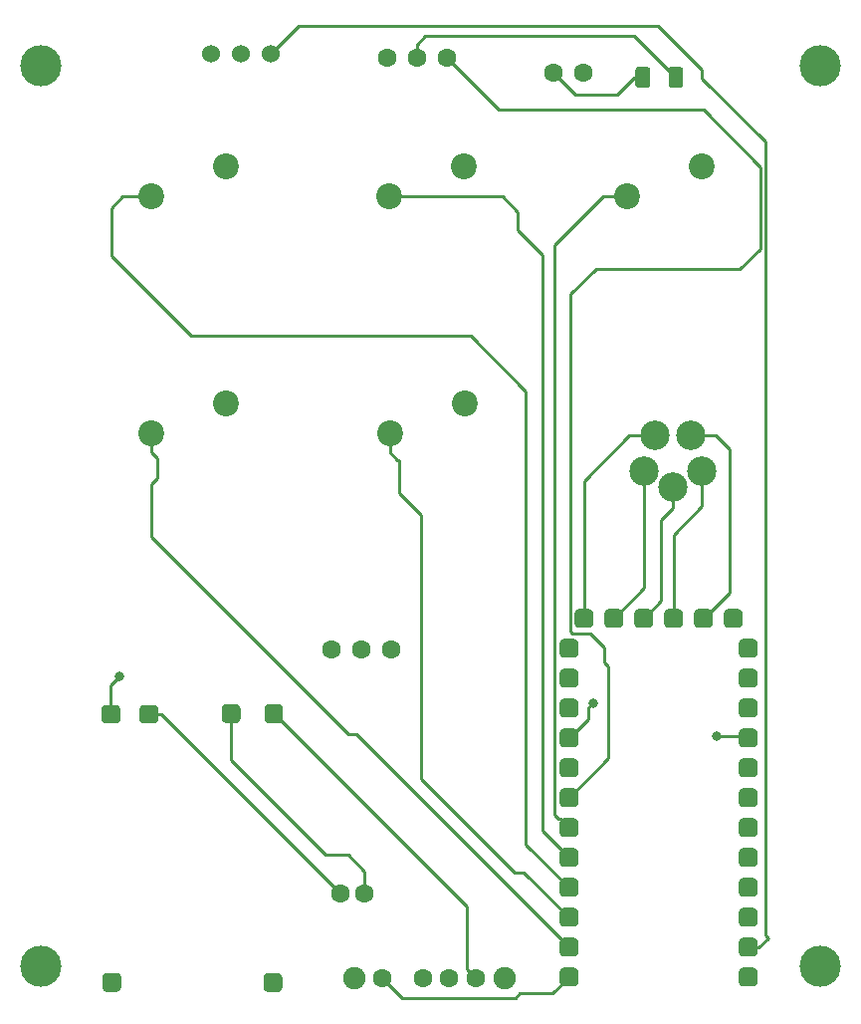
<source format=gbr>
G04 #@! TF.GenerationSoftware,KiCad,Pcbnew,5.0.2+dfsg1-1~bpo9+1*
G04 #@! TF.CreationDate,2019-11-16T16:08:00+00:00*
G04 #@! TF.ProjectId,remote_cherry,72656d6f-7465-45f6-9368-657272792e6b,rev?*
G04 #@! TF.SameCoordinates,Original*
G04 #@! TF.FileFunction,Copper,L1,Top*
G04 #@! TF.FilePolarity,Positive*
%FSLAX46Y46*%
G04 Gerber Fmt 4.6, Leading zero omitted, Abs format (unit mm)*
G04 Created by KiCad (PCBNEW 5.0.2+dfsg1-1~bpo9+1) date Sat 16 Nov 2019 16:08:00 GMT*
%MOMM*%
%LPD*%
G01*
G04 APERTURE LIST*
G04 #@! TA.AperFunction,ComponentPad*
%ADD10C,2.200000*%
G04 #@! TD*
G04 #@! TA.AperFunction,Conductor*
%ADD11C,0.100000*%
G04 #@! TD*
G04 #@! TA.AperFunction,SMDPad,CuDef*
%ADD12C,1.250000*%
G04 #@! TD*
G04 #@! TA.AperFunction,SMDPad,CuDef*
%ADD13C,1.600000*%
G04 #@! TD*
G04 #@! TA.AperFunction,ComponentPad*
%ADD14C,1.600000*%
G04 #@! TD*
G04 #@! TA.AperFunction,ComponentPad*
%ADD15C,2.500000*%
G04 #@! TD*
G04 #@! TA.AperFunction,ComponentPad*
%ADD16C,1.524000*%
G04 #@! TD*
G04 #@! TA.AperFunction,ComponentPad*
%ADD17C,3.500000*%
G04 #@! TD*
G04 #@! TA.AperFunction,ComponentPad*
%ADD18C,1.900000*%
G04 #@! TD*
G04 #@! TA.AperFunction,ViaPad*
%ADD19C,0.800000*%
G04 #@! TD*
G04 #@! TA.AperFunction,Conductor*
%ADD20C,0.250000*%
G04 #@! TD*
G04 APERTURE END LIST*
D10*
G04 #@! TO.P,SW1,1*
G04 #@! TO.N,Net-(D1-Pad1)*
X163106100Y-47485300D03*
G04 #@! TO.P,SW1,2*
G04 #@! TO.N,Net-(SW1-Pad2)*
X156756100Y-50025300D03*
G04 #@! TD*
D11*
G04 #@! TO.N,Net-(D1-Pad2)*
G04 #@! TO.C,R1*
G36*
X158533904Y-39029604D02*
X158558173Y-39033204D01*
X158581971Y-39039165D01*
X158605071Y-39047430D01*
X158627249Y-39057920D01*
X158648293Y-39070533D01*
X158667998Y-39085147D01*
X158686177Y-39101623D01*
X158702653Y-39119802D01*
X158717267Y-39139507D01*
X158729880Y-39160551D01*
X158740370Y-39182729D01*
X158748635Y-39205829D01*
X158754596Y-39229627D01*
X158758196Y-39253896D01*
X158759400Y-39278400D01*
X158759400Y-40528400D01*
X158758196Y-40552904D01*
X158754596Y-40577173D01*
X158748635Y-40600971D01*
X158740370Y-40624071D01*
X158729880Y-40646249D01*
X158717267Y-40667293D01*
X158702653Y-40686998D01*
X158686177Y-40705177D01*
X158667998Y-40721653D01*
X158648293Y-40736267D01*
X158627249Y-40748880D01*
X158605071Y-40759370D01*
X158581971Y-40767635D01*
X158558173Y-40773596D01*
X158533904Y-40777196D01*
X158509400Y-40778400D01*
X157759400Y-40778400D01*
X157734896Y-40777196D01*
X157710627Y-40773596D01*
X157686829Y-40767635D01*
X157663729Y-40759370D01*
X157641551Y-40748880D01*
X157620507Y-40736267D01*
X157600802Y-40721653D01*
X157582623Y-40705177D01*
X157566147Y-40686998D01*
X157551533Y-40667293D01*
X157538920Y-40646249D01*
X157528430Y-40624071D01*
X157520165Y-40600971D01*
X157514204Y-40577173D01*
X157510604Y-40552904D01*
X157509400Y-40528400D01*
X157509400Y-39278400D01*
X157510604Y-39253896D01*
X157514204Y-39229627D01*
X157520165Y-39205829D01*
X157528430Y-39182729D01*
X157538920Y-39160551D01*
X157551533Y-39139507D01*
X157566147Y-39119802D01*
X157582623Y-39101623D01*
X157600802Y-39085147D01*
X157620507Y-39070533D01*
X157641551Y-39057920D01*
X157663729Y-39047430D01*
X157686829Y-39039165D01*
X157710627Y-39033204D01*
X157734896Y-39029604D01*
X157759400Y-39028400D01*
X158509400Y-39028400D01*
X158533904Y-39029604D01*
X158533904Y-39029604D01*
G37*
D12*
G04 #@! TD*
G04 #@! TO.P,R1,1*
G04 #@! TO.N,Net-(D1-Pad2)*
X158134400Y-39903400D03*
D11*
G04 #@! TO.N,Net-(Q1-Pad1)*
G04 #@! TO.C,R1*
G36*
X161333904Y-39029604D02*
X161358173Y-39033204D01*
X161381971Y-39039165D01*
X161405071Y-39047430D01*
X161427249Y-39057920D01*
X161448293Y-39070533D01*
X161467998Y-39085147D01*
X161486177Y-39101623D01*
X161502653Y-39119802D01*
X161517267Y-39139507D01*
X161529880Y-39160551D01*
X161540370Y-39182729D01*
X161548635Y-39205829D01*
X161554596Y-39229627D01*
X161558196Y-39253896D01*
X161559400Y-39278400D01*
X161559400Y-40528400D01*
X161558196Y-40552904D01*
X161554596Y-40577173D01*
X161548635Y-40600971D01*
X161540370Y-40624071D01*
X161529880Y-40646249D01*
X161517267Y-40667293D01*
X161502653Y-40686998D01*
X161486177Y-40705177D01*
X161467998Y-40721653D01*
X161448293Y-40736267D01*
X161427249Y-40748880D01*
X161405071Y-40759370D01*
X161381971Y-40767635D01*
X161358173Y-40773596D01*
X161333904Y-40777196D01*
X161309400Y-40778400D01*
X160559400Y-40778400D01*
X160534896Y-40777196D01*
X160510627Y-40773596D01*
X160486829Y-40767635D01*
X160463729Y-40759370D01*
X160441551Y-40748880D01*
X160420507Y-40736267D01*
X160400802Y-40721653D01*
X160382623Y-40705177D01*
X160366147Y-40686998D01*
X160351533Y-40667293D01*
X160338920Y-40646249D01*
X160328430Y-40624071D01*
X160320165Y-40600971D01*
X160314204Y-40577173D01*
X160310604Y-40552904D01*
X160309400Y-40528400D01*
X160309400Y-39278400D01*
X160310604Y-39253896D01*
X160314204Y-39229627D01*
X160320165Y-39205829D01*
X160328430Y-39182729D01*
X160338920Y-39160551D01*
X160351533Y-39139507D01*
X160366147Y-39119802D01*
X160382623Y-39101623D01*
X160400802Y-39085147D01*
X160420507Y-39070533D01*
X160441551Y-39057920D01*
X160463729Y-39047430D01*
X160486829Y-39039165D01*
X160510627Y-39033204D01*
X160534896Y-39029604D01*
X160559400Y-39028400D01*
X161309400Y-39028400D01*
X161333904Y-39029604D01*
X161333904Y-39029604D01*
G37*
D12*
G04 #@! TD*
G04 #@! TO.P,R1,2*
G04 #@! TO.N,Net-(Q1-Pad1)*
X160934400Y-39903400D03*
D10*
G04 #@! TO.P,SW2,1*
G04 #@! TO.N,Net-(D1-Pad1)*
X142925800Y-47485300D03*
G04 #@! TO.P,SW2,2*
G04 #@! TO.N,Net-(SW2-Pad2)*
X136575800Y-50025300D03*
G04 #@! TD*
G04 #@! TO.P,SW3,2*
G04 #@! TO.N,Net-(SW3-Pad2)*
X116281200Y-50025300D03*
G04 #@! TO.P,SW3,1*
G04 #@! TO.N,Net-(D1-Pad1)*
X122631200Y-47485300D03*
G04 #@! TD*
G04 #@! TO.P,SW4,1*
G04 #@! TO.N,Net-(D1-Pad1)*
X142951200Y-67665600D03*
G04 #@! TO.P,SW4,2*
G04 #@! TO.N,Net-(SW4-Pad2)*
X136601200Y-70205600D03*
G04 #@! TD*
G04 #@! TO.P,SW5,1*
G04 #@! TO.N,Net-(D1-Pad1)*
X122631200Y-67665600D03*
G04 #@! TO.P,SW5,2*
G04 #@! TO.N,Net-(SW5-Pad2)*
X116281200Y-70205600D03*
G04 #@! TD*
D11*
G04 #@! TO.N,Net-(U2-Pad1)*
G04 #@! TO.C,U2*
G36*
X113393007Y-116029226D02*
X113431836Y-116034986D01*
X113469914Y-116044524D01*
X113506873Y-116057748D01*
X113542359Y-116074531D01*
X113576028Y-116094712D01*
X113607557Y-116118096D01*
X113636643Y-116144457D01*
X113663004Y-116173543D01*
X113686388Y-116205072D01*
X113706569Y-116238741D01*
X113723352Y-116274227D01*
X113736576Y-116311186D01*
X113746114Y-116349264D01*
X113751874Y-116388093D01*
X113753800Y-116427300D01*
X113753800Y-117227300D01*
X113751874Y-117266507D01*
X113746114Y-117305336D01*
X113736576Y-117343414D01*
X113723352Y-117380373D01*
X113706569Y-117415859D01*
X113686388Y-117449528D01*
X113663004Y-117481057D01*
X113636643Y-117510143D01*
X113607557Y-117536504D01*
X113576028Y-117559888D01*
X113542359Y-117580069D01*
X113506873Y-117596852D01*
X113469914Y-117610076D01*
X113431836Y-117619614D01*
X113393007Y-117625374D01*
X113353800Y-117627300D01*
X112553800Y-117627300D01*
X112514593Y-117625374D01*
X112475764Y-117619614D01*
X112437686Y-117610076D01*
X112400727Y-117596852D01*
X112365241Y-117580069D01*
X112331572Y-117559888D01*
X112300043Y-117536504D01*
X112270957Y-117510143D01*
X112244596Y-117481057D01*
X112221212Y-117449528D01*
X112201031Y-117415859D01*
X112184248Y-117380373D01*
X112171024Y-117343414D01*
X112161486Y-117305336D01*
X112155726Y-117266507D01*
X112153800Y-117227300D01*
X112153800Y-116427300D01*
X112155726Y-116388093D01*
X112161486Y-116349264D01*
X112171024Y-116311186D01*
X112184248Y-116274227D01*
X112201031Y-116238741D01*
X112221212Y-116205072D01*
X112244596Y-116173543D01*
X112270957Y-116144457D01*
X112300043Y-116118096D01*
X112331572Y-116094712D01*
X112365241Y-116074531D01*
X112400727Y-116057748D01*
X112437686Y-116044524D01*
X112475764Y-116034986D01*
X112514593Y-116029226D01*
X112553800Y-116027300D01*
X113353800Y-116027300D01*
X113393007Y-116029226D01*
X113393007Y-116029226D01*
G37*
D13*
G04 #@! TD*
G04 #@! TO.P,U2,1*
G04 #@! TO.N,Net-(U2-Pad1)*
X112953800Y-116827300D03*
D11*
G04 #@! TO.N,Net-(U2-Pad2)*
G04 #@! TO.C,U2*
G36*
X127109007Y-116041926D02*
X127147836Y-116047686D01*
X127185914Y-116057224D01*
X127222873Y-116070448D01*
X127258359Y-116087231D01*
X127292028Y-116107412D01*
X127323557Y-116130796D01*
X127352643Y-116157157D01*
X127379004Y-116186243D01*
X127402388Y-116217772D01*
X127422569Y-116251441D01*
X127439352Y-116286927D01*
X127452576Y-116323886D01*
X127462114Y-116361964D01*
X127467874Y-116400793D01*
X127469800Y-116440000D01*
X127469800Y-117240000D01*
X127467874Y-117279207D01*
X127462114Y-117318036D01*
X127452576Y-117356114D01*
X127439352Y-117393073D01*
X127422569Y-117428559D01*
X127402388Y-117462228D01*
X127379004Y-117493757D01*
X127352643Y-117522843D01*
X127323557Y-117549204D01*
X127292028Y-117572588D01*
X127258359Y-117592769D01*
X127222873Y-117609552D01*
X127185914Y-117622776D01*
X127147836Y-117632314D01*
X127109007Y-117638074D01*
X127069800Y-117640000D01*
X126269800Y-117640000D01*
X126230593Y-117638074D01*
X126191764Y-117632314D01*
X126153686Y-117622776D01*
X126116727Y-117609552D01*
X126081241Y-117592769D01*
X126047572Y-117572588D01*
X126016043Y-117549204D01*
X125986957Y-117522843D01*
X125960596Y-117493757D01*
X125937212Y-117462228D01*
X125917031Y-117428559D01*
X125900248Y-117393073D01*
X125887024Y-117356114D01*
X125877486Y-117318036D01*
X125871726Y-117279207D01*
X125869800Y-117240000D01*
X125869800Y-116440000D01*
X125871726Y-116400793D01*
X125877486Y-116361964D01*
X125887024Y-116323886D01*
X125900248Y-116286927D01*
X125917031Y-116251441D01*
X125937212Y-116217772D01*
X125960596Y-116186243D01*
X125986957Y-116157157D01*
X126016043Y-116130796D01*
X126047572Y-116107412D01*
X126081241Y-116087231D01*
X126116727Y-116070448D01*
X126153686Y-116057224D01*
X126191764Y-116047686D01*
X126230593Y-116041926D01*
X126269800Y-116040000D01*
X127069800Y-116040000D01*
X127109007Y-116041926D01*
X127109007Y-116041926D01*
G37*
D13*
G04 #@! TD*
G04 #@! TO.P,U2,2*
G04 #@! TO.N,Net-(U2-Pad2)*
X126669800Y-116840000D03*
D11*
G04 #@! TO.N,Net-(U2-Pad3)*
G04 #@! TO.C,U2*
G36*
X113316807Y-93245426D02*
X113355636Y-93251186D01*
X113393714Y-93260724D01*
X113430673Y-93273948D01*
X113466159Y-93290731D01*
X113499828Y-93310912D01*
X113531357Y-93334296D01*
X113560443Y-93360657D01*
X113586804Y-93389743D01*
X113610188Y-93421272D01*
X113630369Y-93454941D01*
X113647152Y-93490427D01*
X113660376Y-93527386D01*
X113669914Y-93565464D01*
X113675674Y-93604293D01*
X113677600Y-93643500D01*
X113677600Y-94443500D01*
X113675674Y-94482707D01*
X113669914Y-94521536D01*
X113660376Y-94559614D01*
X113647152Y-94596573D01*
X113630369Y-94632059D01*
X113610188Y-94665728D01*
X113586804Y-94697257D01*
X113560443Y-94726343D01*
X113531357Y-94752704D01*
X113499828Y-94776088D01*
X113466159Y-94796269D01*
X113430673Y-94813052D01*
X113393714Y-94826276D01*
X113355636Y-94835814D01*
X113316807Y-94841574D01*
X113277600Y-94843500D01*
X112477600Y-94843500D01*
X112438393Y-94841574D01*
X112399564Y-94835814D01*
X112361486Y-94826276D01*
X112324527Y-94813052D01*
X112289041Y-94796269D01*
X112255372Y-94776088D01*
X112223843Y-94752704D01*
X112194757Y-94726343D01*
X112168396Y-94697257D01*
X112145012Y-94665728D01*
X112124831Y-94632059D01*
X112108048Y-94596573D01*
X112094824Y-94559614D01*
X112085286Y-94521536D01*
X112079526Y-94482707D01*
X112077600Y-94443500D01*
X112077600Y-93643500D01*
X112079526Y-93604293D01*
X112085286Y-93565464D01*
X112094824Y-93527386D01*
X112108048Y-93490427D01*
X112124831Y-93454941D01*
X112145012Y-93421272D01*
X112168396Y-93389743D01*
X112194757Y-93360657D01*
X112223843Y-93334296D01*
X112255372Y-93310912D01*
X112289041Y-93290731D01*
X112324527Y-93273948D01*
X112361486Y-93260724D01*
X112399564Y-93251186D01*
X112438393Y-93245426D01*
X112477600Y-93243500D01*
X113277600Y-93243500D01*
X113316807Y-93245426D01*
X113316807Y-93245426D01*
G37*
D13*
G04 #@! TD*
G04 #@! TO.P,U2,3*
G04 #@! TO.N,Net-(U2-Pad3)*
X112877600Y-94043500D03*
D11*
G04 #@! TO.N,Net-(U2-Pad4)*
G04 #@! TO.C,U2*
G36*
X116568007Y-93245426D02*
X116606836Y-93251186D01*
X116644914Y-93260724D01*
X116681873Y-93273948D01*
X116717359Y-93290731D01*
X116751028Y-93310912D01*
X116782557Y-93334296D01*
X116811643Y-93360657D01*
X116838004Y-93389743D01*
X116861388Y-93421272D01*
X116881569Y-93454941D01*
X116898352Y-93490427D01*
X116911576Y-93527386D01*
X116921114Y-93565464D01*
X116926874Y-93604293D01*
X116928800Y-93643500D01*
X116928800Y-94443500D01*
X116926874Y-94482707D01*
X116921114Y-94521536D01*
X116911576Y-94559614D01*
X116898352Y-94596573D01*
X116881569Y-94632059D01*
X116861388Y-94665728D01*
X116838004Y-94697257D01*
X116811643Y-94726343D01*
X116782557Y-94752704D01*
X116751028Y-94776088D01*
X116717359Y-94796269D01*
X116681873Y-94813052D01*
X116644914Y-94826276D01*
X116606836Y-94835814D01*
X116568007Y-94841574D01*
X116528800Y-94843500D01*
X115728800Y-94843500D01*
X115689593Y-94841574D01*
X115650764Y-94835814D01*
X115612686Y-94826276D01*
X115575727Y-94813052D01*
X115540241Y-94796269D01*
X115506572Y-94776088D01*
X115475043Y-94752704D01*
X115445957Y-94726343D01*
X115419596Y-94697257D01*
X115396212Y-94665728D01*
X115376031Y-94632059D01*
X115359248Y-94596573D01*
X115346024Y-94559614D01*
X115336486Y-94521536D01*
X115330726Y-94482707D01*
X115328800Y-94443500D01*
X115328800Y-93643500D01*
X115330726Y-93604293D01*
X115336486Y-93565464D01*
X115346024Y-93527386D01*
X115359248Y-93490427D01*
X115376031Y-93454941D01*
X115396212Y-93421272D01*
X115419596Y-93389743D01*
X115445957Y-93360657D01*
X115475043Y-93334296D01*
X115506572Y-93310912D01*
X115540241Y-93290731D01*
X115575727Y-93273948D01*
X115612686Y-93260724D01*
X115650764Y-93251186D01*
X115689593Y-93245426D01*
X115728800Y-93243500D01*
X116528800Y-93243500D01*
X116568007Y-93245426D01*
X116568007Y-93245426D01*
G37*
D13*
G04 #@! TD*
G04 #@! TO.P,U2,4*
G04 #@! TO.N,Net-(U2-Pad4)*
X116128800Y-94043500D03*
D11*
G04 #@! TO.N,Net-(SW6-Pad1)*
G04 #@! TO.C,U2*
G36*
X127172507Y-93181926D02*
X127211336Y-93187686D01*
X127249414Y-93197224D01*
X127286373Y-93210448D01*
X127321859Y-93227231D01*
X127355528Y-93247412D01*
X127387057Y-93270796D01*
X127416143Y-93297157D01*
X127442504Y-93326243D01*
X127465888Y-93357772D01*
X127486069Y-93391441D01*
X127502852Y-93426927D01*
X127516076Y-93463886D01*
X127525614Y-93501964D01*
X127531374Y-93540793D01*
X127533300Y-93580000D01*
X127533300Y-94380000D01*
X127531374Y-94419207D01*
X127525614Y-94458036D01*
X127516076Y-94496114D01*
X127502852Y-94533073D01*
X127486069Y-94568559D01*
X127465888Y-94602228D01*
X127442504Y-94633757D01*
X127416143Y-94662843D01*
X127387057Y-94689204D01*
X127355528Y-94712588D01*
X127321859Y-94732769D01*
X127286373Y-94749552D01*
X127249414Y-94762776D01*
X127211336Y-94772314D01*
X127172507Y-94778074D01*
X127133300Y-94780000D01*
X126333300Y-94780000D01*
X126294093Y-94778074D01*
X126255264Y-94772314D01*
X126217186Y-94762776D01*
X126180227Y-94749552D01*
X126144741Y-94732769D01*
X126111072Y-94712588D01*
X126079543Y-94689204D01*
X126050457Y-94662843D01*
X126024096Y-94633757D01*
X126000712Y-94602228D01*
X125980531Y-94568559D01*
X125963748Y-94533073D01*
X125950524Y-94496114D01*
X125940986Y-94458036D01*
X125935226Y-94419207D01*
X125933300Y-94380000D01*
X125933300Y-93580000D01*
X125935226Y-93540793D01*
X125940986Y-93501964D01*
X125950524Y-93463886D01*
X125963748Y-93426927D01*
X125980531Y-93391441D01*
X126000712Y-93357772D01*
X126024096Y-93326243D01*
X126050457Y-93297157D01*
X126079543Y-93270796D01*
X126111072Y-93247412D01*
X126144741Y-93227231D01*
X126180227Y-93210448D01*
X126217186Y-93197224D01*
X126255264Y-93187686D01*
X126294093Y-93181926D01*
X126333300Y-93180000D01*
X127133300Y-93180000D01*
X127172507Y-93181926D01*
X127172507Y-93181926D01*
G37*
D13*
G04 #@! TD*
G04 #@! TO.P,U2,6*
G04 #@! TO.N,Net-(SW6-Pad1)*
X126733300Y-93980000D03*
D11*
G04 #@! TO.N,Net-(U2-Pad5)*
G04 #@! TO.C,U2*
G36*
X123553007Y-93181926D02*
X123591836Y-93187686D01*
X123629914Y-93197224D01*
X123666873Y-93210448D01*
X123702359Y-93227231D01*
X123736028Y-93247412D01*
X123767557Y-93270796D01*
X123796643Y-93297157D01*
X123823004Y-93326243D01*
X123846388Y-93357772D01*
X123866569Y-93391441D01*
X123883352Y-93426927D01*
X123896576Y-93463886D01*
X123906114Y-93501964D01*
X123911874Y-93540793D01*
X123913800Y-93580000D01*
X123913800Y-94380000D01*
X123911874Y-94419207D01*
X123906114Y-94458036D01*
X123896576Y-94496114D01*
X123883352Y-94533073D01*
X123866569Y-94568559D01*
X123846388Y-94602228D01*
X123823004Y-94633757D01*
X123796643Y-94662843D01*
X123767557Y-94689204D01*
X123736028Y-94712588D01*
X123702359Y-94732769D01*
X123666873Y-94749552D01*
X123629914Y-94762776D01*
X123591836Y-94772314D01*
X123553007Y-94778074D01*
X123513800Y-94780000D01*
X122713800Y-94780000D01*
X122674593Y-94778074D01*
X122635764Y-94772314D01*
X122597686Y-94762776D01*
X122560727Y-94749552D01*
X122525241Y-94732769D01*
X122491572Y-94712588D01*
X122460043Y-94689204D01*
X122430957Y-94662843D01*
X122404596Y-94633757D01*
X122381212Y-94602228D01*
X122361031Y-94568559D01*
X122344248Y-94533073D01*
X122331024Y-94496114D01*
X122321486Y-94458036D01*
X122315726Y-94419207D01*
X122313800Y-94380000D01*
X122313800Y-93580000D01*
X122315726Y-93540793D01*
X122321486Y-93501964D01*
X122331024Y-93463886D01*
X122344248Y-93426927D01*
X122361031Y-93391441D01*
X122381212Y-93357772D01*
X122404596Y-93326243D01*
X122430957Y-93297157D01*
X122460043Y-93270796D01*
X122491572Y-93247412D01*
X122525241Y-93227231D01*
X122560727Y-93210448D01*
X122597686Y-93197224D01*
X122635764Y-93187686D01*
X122674593Y-93181926D01*
X122713800Y-93180000D01*
X123513800Y-93180000D01*
X123553007Y-93181926D01*
X123553007Y-93181926D01*
G37*
D13*
G04 #@! TD*
G04 #@! TO.P,U2,5*
G04 #@! TO.N,Net-(U2-Pad5)*
X123113800Y-93980000D03*
D14*
G04 #@! TO.P,D1,2*
G04 #@! TO.N,Net-(D1-Pad2)*
X150563580Y-39497000D03*
G04 #@! TO.P,D1,1*
G04 #@! TO.N,Net-(D1-Pad1)*
X153098500Y-39497000D03*
G04 #@! TD*
D11*
G04 #@! TO.N,Net-(SW6-Pad4)*
G04 #@! TO.C,U1*
G36*
X152293107Y-115584726D02*
X152331936Y-115590486D01*
X152370014Y-115600024D01*
X152406973Y-115613248D01*
X152442459Y-115630031D01*
X152476128Y-115650212D01*
X152507657Y-115673596D01*
X152536743Y-115699957D01*
X152563104Y-115729043D01*
X152586488Y-115760572D01*
X152606669Y-115794241D01*
X152623452Y-115829727D01*
X152636676Y-115866686D01*
X152646214Y-115904764D01*
X152651974Y-115943593D01*
X152653900Y-115982800D01*
X152653900Y-116782800D01*
X152651974Y-116822007D01*
X152646214Y-116860836D01*
X152636676Y-116898914D01*
X152623452Y-116935873D01*
X152606669Y-116971359D01*
X152586488Y-117005028D01*
X152563104Y-117036557D01*
X152536743Y-117065643D01*
X152507657Y-117092004D01*
X152476128Y-117115388D01*
X152442459Y-117135569D01*
X152406973Y-117152352D01*
X152370014Y-117165576D01*
X152331936Y-117175114D01*
X152293107Y-117180874D01*
X152253900Y-117182800D01*
X151453900Y-117182800D01*
X151414693Y-117180874D01*
X151375864Y-117175114D01*
X151337786Y-117165576D01*
X151300827Y-117152352D01*
X151265341Y-117135569D01*
X151231672Y-117115388D01*
X151200143Y-117092004D01*
X151171057Y-117065643D01*
X151144696Y-117036557D01*
X151121312Y-117005028D01*
X151101131Y-116971359D01*
X151084348Y-116935873D01*
X151071124Y-116898914D01*
X151061586Y-116860836D01*
X151055826Y-116822007D01*
X151053900Y-116782800D01*
X151053900Y-115982800D01*
X151055826Y-115943593D01*
X151061586Y-115904764D01*
X151071124Y-115866686D01*
X151084348Y-115829727D01*
X151101131Y-115794241D01*
X151121312Y-115760572D01*
X151144696Y-115729043D01*
X151171057Y-115699957D01*
X151200143Y-115673596D01*
X151231672Y-115650212D01*
X151265341Y-115630031D01*
X151300827Y-115613248D01*
X151337786Y-115600024D01*
X151375864Y-115590486D01*
X151414693Y-115584726D01*
X151453900Y-115582800D01*
X152253900Y-115582800D01*
X152293107Y-115584726D01*
X152293107Y-115584726D01*
G37*
D13*
G04 #@! TD*
G04 #@! TO.P,U1,1*
G04 #@! TO.N,Net-(SW6-Pad4)*
X151853900Y-116382800D03*
D11*
G04 #@! TO.N,Net-(SW5-Pad2)*
G04 #@! TO.C,U1*
G36*
X152293107Y-113044726D02*
X152331936Y-113050486D01*
X152370014Y-113060024D01*
X152406973Y-113073248D01*
X152442459Y-113090031D01*
X152476128Y-113110212D01*
X152507657Y-113133596D01*
X152536743Y-113159957D01*
X152563104Y-113189043D01*
X152586488Y-113220572D01*
X152606669Y-113254241D01*
X152623452Y-113289727D01*
X152636676Y-113326686D01*
X152646214Y-113364764D01*
X152651974Y-113403593D01*
X152653900Y-113442800D01*
X152653900Y-114242800D01*
X152651974Y-114282007D01*
X152646214Y-114320836D01*
X152636676Y-114358914D01*
X152623452Y-114395873D01*
X152606669Y-114431359D01*
X152586488Y-114465028D01*
X152563104Y-114496557D01*
X152536743Y-114525643D01*
X152507657Y-114552004D01*
X152476128Y-114575388D01*
X152442459Y-114595569D01*
X152406973Y-114612352D01*
X152370014Y-114625576D01*
X152331936Y-114635114D01*
X152293107Y-114640874D01*
X152253900Y-114642800D01*
X151453900Y-114642800D01*
X151414693Y-114640874D01*
X151375864Y-114635114D01*
X151337786Y-114625576D01*
X151300827Y-114612352D01*
X151265341Y-114595569D01*
X151231672Y-114575388D01*
X151200143Y-114552004D01*
X151171057Y-114525643D01*
X151144696Y-114496557D01*
X151121312Y-114465028D01*
X151101131Y-114431359D01*
X151084348Y-114395873D01*
X151071124Y-114358914D01*
X151061586Y-114320836D01*
X151055826Y-114282007D01*
X151053900Y-114242800D01*
X151053900Y-113442800D01*
X151055826Y-113403593D01*
X151061586Y-113364764D01*
X151071124Y-113326686D01*
X151084348Y-113289727D01*
X151101131Y-113254241D01*
X151121312Y-113220572D01*
X151144696Y-113189043D01*
X151171057Y-113159957D01*
X151200143Y-113133596D01*
X151231672Y-113110212D01*
X151265341Y-113090031D01*
X151300827Y-113073248D01*
X151337786Y-113060024D01*
X151375864Y-113050486D01*
X151414693Y-113044726D01*
X151453900Y-113042800D01*
X152253900Y-113042800D01*
X152293107Y-113044726D01*
X152293107Y-113044726D01*
G37*
D13*
G04 #@! TD*
G04 #@! TO.P,U1,2*
G04 #@! TO.N,Net-(SW5-Pad2)*
X151853900Y-113842800D03*
D11*
G04 #@! TO.N,Net-(SW4-Pad2)*
G04 #@! TO.C,U1*
G36*
X152293107Y-110504726D02*
X152331936Y-110510486D01*
X152370014Y-110520024D01*
X152406973Y-110533248D01*
X152442459Y-110550031D01*
X152476128Y-110570212D01*
X152507657Y-110593596D01*
X152536743Y-110619957D01*
X152563104Y-110649043D01*
X152586488Y-110680572D01*
X152606669Y-110714241D01*
X152623452Y-110749727D01*
X152636676Y-110786686D01*
X152646214Y-110824764D01*
X152651974Y-110863593D01*
X152653900Y-110902800D01*
X152653900Y-111702800D01*
X152651974Y-111742007D01*
X152646214Y-111780836D01*
X152636676Y-111818914D01*
X152623452Y-111855873D01*
X152606669Y-111891359D01*
X152586488Y-111925028D01*
X152563104Y-111956557D01*
X152536743Y-111985643D01*
X152507657Y-112012004D01*
X152476128Y-112035388D01*
X152442459Y-112055569D01*
X152406973Y-112072352D01*
X152370014Y-112085576D01*
X152331936Y-112095114D01*
X152293107Y-112100874D01*
X152253900Y-112102800D01*
X151453900Y-112102800D01*
X151414693Y-112100874D01*
X151375864Y-112095114D01*
X151337786Y-112085576D01*
X151300827Y-112072352D01*
X151265341Y-112055569D01*
X151231672Y-112035388D01*
X151200143Y-112012004D01*
X151171057Y-111985643D01*
X151144696Y-111956557D01*
X151121312Y-111925028D01*
X151101131Y-111891359D01*
X151084348Y-111855873D01*
X151071124Y-111818914D01*
X151061586Y-111780836D01*
X151055826Y-111742007D01*
X151053900Y-111702800D01*
X151053900Y-110902800D01*
X151055826Y-110863593D01*
X151061586Y-110824764D01*
X151071124Y-110786686D01*
X151084348Y-110749727D01*
X151101131Y-110714241D01*
X151121312Y-110680572D01*
X151144696Y-110649043D01*
X151171057Y-110619957D01*
X151200143Y-110593596D01*
X151231672Y-110570212D01*
X151265341Y-110550031D01*
X151300827Y-110533248D01*
X151337786Y-110520024D01*
X151375864Y-110510486D01*
X151414693Y-110504726D01*
X151453900Y-110502800D01*
X152253900Y-110502800D01*
X152293107Y-110504726D01*
X152293107Y-110504726D01*
G37*
D13*
G04 #@! TD*
G04 #@! TO.P,U1,3*
G04 #@! TO.N,Net-(SW4-Pad2)*
X151853900Y-111302800D03*
D11*
G04 #@! TO.N,Net-(SW3-Pad2)*
G04 #@! TO.C,U1*
G36*
X152293107Y-107964726D02*
X152331936Y-107970486D01*
X152370014Y-107980024D01*
X152406973Y-107993248D01*
X152442459Y-108010031D01*
X152476128Y-108030212D01*
X152507657Y-108053596D01*
X152536743Y-108079957D01*
X152563104Y-108109043D01*
X152586488Y-108140572D01*
X152606669Y-108174241D01*
X152623452Y-108209727D01*
X152636676Y-108246686D01*
X152646214Y-108284764D01*
X152651974Y-108323593D01*
X152653900Y-108362800D01*
X152653900Y-109162800D01*
X152651974Y-109202007D01*
X152646214Y-109240836D01*
X152636676Y-109278914D01*
X152623452Y-109315873D01*
X152606669Y-109351359D01*
X152586488Y-109385028D01*
X152563104Y-109416557D01*
X152536743Y-109445643D01*
X152507657Y-109472004D01*
X152476128Y-109495388D01*
X152442459Y-109515569D01*
X152406973Y-109532352D01*
X152370014Y-109545576D01*
X152331936Y-109555114D01*
X152293107Y-109560874D01*
X152253900Y-109562800D01*
X151453900Y-109562800D01*
X151414693Y-109560874D01*
X151375864Y-109555114D01*
X151337786Y-109545576D01*
X151300827Y-109532352D01*
X151265341Y-109515569D01*
X151231672Y-109495388D01*
X151200143Y-109472004D01*
X151171057Y-109445643D01*
X151144696Y-109416557D01*
X151121312Y-109385028D01*
X151101131Y-109351359D01*
X151084348Y-109315873D01*
X151071124Y-109278914D01*
X151061586Y-109240836D01*
X151055826Y-109202007D01*
X151053900Y-109162800D01*
X151053900Y-108362800D01*
X151055826Y-108323593D01*
X151061586Y-108284764D01*
X151071124Y-108246686D01*
X151084348Y-108209727D01*
X151101131Y-108174241D01*
X151121312Y-108140572D01*
X151144696Y-108109043D01*
X151171057Y-108079957D01*
X151200143Y-108053596D01*
X151231672Y-108030212D01*
X151265341Y-108010031D01*
X151300827Y-107993248D01*
X151337786Y-107980024D01*
X151375864Y-107970486D01*
X151414693Y-107964726D01*
X151453900Y-107962800D01*
X152253900Y-107962800D01*
X152293107Y-107964726D01*
X152293107Y-107964726D01*
G37*
D13*
G04 #@! TD*
G04 #@! TO.P,U1,4*
G04 #@! TO.N,Net-(SW3-Pad2)*
X151853900Y-108762800D03*
D11*
G04 #@! TO.N,Net-(SW2-Pad2)*
G04 #@! TO.C,U1*
G36*
X152293107Y-105424726D02*
X152331936Y-105430486D01*
X152370014Y-105440024D01*
X152406973Y-105453248D01*
X152442459Y-105470031D01*
X152476128Y-105490212D01*
X152507657Y-105513596D01*
X152536743Y-105539957D01*
X152563104Y-105569043D01*
X152586488Y-105600572D01*
X152606669Y-105634241D01*
X152623452Y-105669727D01*
X152636676Y-105706686D01*
X152646214Y-105744764D01*
X152651974Y-105783593D01*
X152653900Y-105822800D01*
X152653900Y-106622800D01*
X152651974Y-106662007D01*
X152646214Y-106700836D01*
X152636676Y-106738914D01*
X152623452Y-106775873D01*
X152606669Y-106811359D01*
X152586488Y-106845028D01*
X152563104Y-106876557D01*
X152536743Y-106905643D01*
X152507657Y-106932004D01*
X152476128Y-106955388D01*
X152442459Y-106975569D01*
X152406973Y-106992352D01*
X152370014Y-107005576D01*
X152331936Y-107015114D01*
X152293107Y-107020874D01*
X152253900Y-107022800D01*
X151453900Y-107022800D01*
X151414693Y-107020874D01*
X151375864Y-107015114D01*
X151337786Y-107005576D01*
X151300827Y-106992352D01*
X151265341Y-106975569D01*
X151231672Y-106955388D01*
X151200143Y-106932004D01*
X151171057Y-106905643D01*
X151144696Y-106876557D01*
X151121312Y-106845028D01*
X151101131Y-106811359D01*
X151084348Y-106775873D01*
X151071124Y-106738914D01*
X151061586Y-106700836D01*
X151055826Y-106662007D01*
X151053900Y-106622800D01*
X151053900Y-105822800D01*
X151055826Y-105783593D01*
X151061586Y-105744764D01*
X151071124Y-105706686D01*
X151084348Y-105669727D01*
X151101131Y-105634241D01*
X151121312Y-105600572D01*
X151144696Y-105569043D01*
X151171057Y-105539957D01*
X151200143Y-105513596D01*
X151231672Y-105490212D01*
X151265341Y-105470031D01*
X151300827Y-105453248D01*
X151337786Y-105440024D01*
X151375864Y-105430486D01*
X151414693Y-105424726D01*
X151453900Y-105422800D01*
X152253900Y-105422800D01*
X152293107Y-105424726D01*
X152293107Y-105424726D01*
G37*
D13*
G04 #@! TD*
G04 #@! TO.P,U1,5*
G04 #@! TO.N,Net-(SW2-Pad2)*
X151853900Y-106222800D03*
D11*
G04 #@! TO.N,Net-(SW1-Pad2)*
G04 #@! TO.C,U1*
G36*
X152293107Y-102884726D02*
X152331936Y-102890486D01*
X152370014Y-102900024D01*
X152406973Y-102913248D01*
X152442459Y-102930031D01*
X152476128Y-102950212D01*
X152507657Y-102973596D01*
X152536743Y-102999957D01*
X152563104Y-103029043D01*
X152586488Y-103060572D01*
X152606669Y-103094241D01*
X152623452Y-103129727D01*
X152636676Y-103166686D01*
X152646214Y-103204764D01*
X152651974Y-103243593D01*
X152653900Y-103282800D01*
X152653900Y-104082800D01*
X152651974Y-104122007D01*
X152646214Y-104160836D01*
X152636676Y-104198914D01*
X152623452Y-104235873D01*
X152606669Y-104271359D01*
X152586488Y-104305028D01*
X152563104Y-104336557D01*
X152536743Y-104365643D01*
X152507657Y-104392004D01*
X152476128Y-104415388D01*
X152442459Y-104435569D01*
X152406973Y-104452352D01*
X152370014Y-104465576D01*
X152331936Y-104475114D01*
X152293107Y-104480874D01*
X152253900Y-104482800D01*
X151453900Y-104482800D01*
X151414693Y-104480874D01*
X151375864Y-104475114D01*
X151337786Y-104465576D01*
X151300827Y-104452352D01*
X151265341Y-104435569D01*
X151231672Y-104415388D01*
X151200143Y-104392004D01*
X151171057Y-104365643D01*
X151144696Y-104336557D01*
X151121312Y-104305028D01*
X151101131Y-104271359D01*
X151084348Y-104235873D01*
X151071124Y-104198914D01*
X151061586Y-104160836D01*
X151055826Y-104122007D01*
X151053900Y-104082800D01*
X151053900Y-103282800D01*
X151055826Y-103243593D01*
X151061586Y-103204764D01*
X151071124Y-103166686D01*
X151084348Y-103129727D01*
X151101131Y-103094241D01*
X151121312Y-103060572D01*
X151144696Y-103029043D01*
X151171057Y-102999957D01*
X151200143Y-102973596D01*
X151231672Y-102950212D01*
X151265341Y-102930031D01*
X151300827Y-102913248D01*
X151337786Y-102900024D01*
X151375864Y-102890486D01*
X151414693Y-102884726D01*
X151453900Y-102882800D01*
X152253900Y-102882800D01*
X152293107Y-102884726D01*
X152293107Y-102884726D01*
G37*
D13*
G04 #@! TD*
G04 #@! TO.P,U1,6*
G04 #@! TO.N,Net-(SW1-Pad2)*
X151853900Y-103682800D03*
D11*
G04 #@! TO.N,Net-(Q1-Pad2)*
G04 #@! TO.C,U1*
G36*
X152293107Y-100344726D02*
X152331936Y-100350486D01*
X152370014Y-100360024D01*
X152406973Y-100373248D01*
X152442459Y-100390031D01*
X152476128Y-100410212D01*
X152507657Y-100433596D01*
X152536743Y-100459957D01*
X152563104Y-100489043D01*
X152586488Y-100520572D01*
X152606669Y-100554241D01*
X152623452Y-100589727D01*
X152636676Y-100626686D01*
X152646214Y-100664764D01*
X152651974Y-100703593D01*
X152653900Y-100742800D01*
X152653900Y-101542800D01*
X152651974Y-101582007D01*
X152646214Y-101620836D01*
X152636676Y-101658914D01*
X152623452Y-101695873D01*
X152606669Y-101731359D01*
X152586488Y-101765028D01*
X152563104Y-101796557D01*
X152536743Y-101825643D01*
X152507657Y-101852004D01*
X152476128Y-101875388D01*
X152442459Y-101895569D01*
X152406973Y-101912352D01*
X152370014Y-101925576D01*
X152331936Y-101935114D01*
X152293107Y-101940874D01*
X152253900Y-101942800D01*
X151453900Y-101942800D01*
X151414693Y-101940874D01*
X151375864Y-101935114D01*
X151337786Y-101925576D01*
X151300827Y-101912352D01*
X151265341Y-101895569D01*
X151231672Y-101875388D01*
X151200143Y-101852004D01*
X151171057Y-101825643D01*
X151144696Y-101796557D01*
X151121312Y-101765028D01*
X151101131Y-101731359D01*
X151084348Y-101695873D01*
X151071124Y-101658914D01*
X151061586Y-101620836D01*
X151055826Y-101582007D01*
X151053900Y-101542800D01*
X151053900Y-100742800D01*
X151055826Y-100703593D01*
X151061586Y-100664764D01*
X151071124Y-100626686D01*
X151084348Y-100589727D01*
X151101131Y-100554241D01*
X151121312Y-100520572D01*
X151144696Y-100489043D01*
X151171057Y-100459957D01*
X151200143Y-100433596D01*
X151231672Y-100410212D01*
X151265341Y-100390031D01*
X151300827Y-100373248D01*
X151337786Y-100360024D01*
X151375864Y-100350486D01*
X151414693Y-100344726D01*
X151453900Y-100342800D01*
X152253900Y-100342800D01*
X152293107Y-100344726D01*
X152293107Y-100344726D01*
G37*
D13*
G04 #@! TD*
G04 #@! TO.P,U1,7*
G04 #@! TO.N,Net-(Q1-Pad2)*
X151853900Y-101142800D03*
D11*
G04 #@! TO.N,Net-(U1-Pad8)*
G04 #@! TO.C,U1*
G36*
X152293107Y-97804726D02*
X152331936Y-97810486D01*
X152370014Y-97820024D01*
X152406973Y-97833248D01*
X152442459Y-97850031D01*
X152476128Y-97870212D01*
X152507657Y-97893596D01*
X152536743Y-97919957D01*
X152563104Y-97949043D01*
X152586488Y-97980572D01*
X152606669Y-98014241D01*
X152623452Y-98049727D01*
X152636676Y-98086686D01*
X152646214Y-98124764D01*
X152651974Y-98163593D01*
X152653900Y-98202800D01*
X152653900Y-99002800D01*
X152651974Y-99042007D01*
X152646214Y-99080836D01*
X152636676Y-99118914D01*
X152623452Y-99155873D01*
X152606669Y-99191359D01*
X152586488Y-99225028D01*
X152563104Y-99256557D01*
X152536743Y-99285643D01*
X152507657Y-99312004D01*
X152476128Y-99335388D01*
X152442459Y-99355569D01*
X152406973Y-99372352D01*
X152370014Y-99385576D01*
X152331936Y-99395114D01*
X152293107Y-99400874D01*
X152253900Y-99402800D01*
X151453900Y-99402800D01*
X151414693Y-99400874D01*
X151375864Y-99395114D01*
X151337786Y-99385576D01*
X151300827Y-99372352D01*
X151265341Y-99355569D01*
X151231672Y-99335388D01*
X151200143Y-99312004D01*
X151171057Y-99285643D01*
X151144696Y-99256557D01*
X151121312Y-99225028D01*
X151101131Y-99191359D01*
X151084348Y-99155873D01*
X151071124Y-99118914D01*
X151061586Y-99080836D01*
X151055826Y-99042007D01*
X151053900Y-99002800D01*
X151053900Y-98202800D01*
X151055826Y-98163593D01*
X151061586Y-98124764D01*
X151071124Y-98086686D01*
X151084348Y-98049727D01*
X151101131Y-98014241D01*
X151121312Y-97980572D01*
X151144696Y-97949043D01*
X151171057Y-97919957D01*
X151200143Y-97893596D01*
X151231672Y-97870212D01*
X151265341Y-97850031D01*
X151300827Y-97833248D01*
X151337786Y-97820024D01*
X151375864Y-97810486D01*
X151414693Y-97804726D01*
X151453900Y-97802800D01*
X152253900Y-97802800D01*
X152293107Y-97804726D01*
X152293107Y-97804726D01*
G37*
D13*
G04 #@! TD*
G04 #@! TO.P,U1,8*
G04 #@! TO.N,Net-(U1-Pad8)*
X151853900Y-98602800D03*
D11*
G04 #@! TO.N,Net-(D1-Pad1)*
G04 #@! TO.C,U1*
G36*
X152293107Y-95264726D02*
X152331936Y-95270486D01*
X152370014Y-95280024D01*
X152406973Y-95293248D01*
X152442459Y-95310031D01*
X152476128Y-95330212D01*
X152507657Y-95353596D01*
X152536743Y-95379957D01*
X152563104Y-95409043D01*
X152586488Y-95440572D01*
X152606669Y-95474241D01*
X152623452Y-95509727D01*
X152636676Y-95546686D01*
X152646214Y-95584764D01*
X152651974Y-95623593D01*
X152653900Y-95662800D01*
X152653900Y-96462800D01*
X152651974Y-96502007D01*
X152646214Y-96540836D01*
X152636676Y-96578914D01*
X152623452Y-96615873D01*
X152606669Y-96651359D01*
X152586488Y-96685028D01*
X152563104Y-96716557D01*
X152536743Y-96745643D01*
X152507657Y-96772004D01*
X152476128Y-96795388D01*
X152442459Y-96815569D01*
X152406973Y-96832352D01*
X152370014Y-96845576D01*
X152331936Y-96855114D01*
X152293107Y-96860874D01*
X152253900Y-96862800D01*
X151453900Y-96862800D01*
X151414693Y-96860874D01*
X151375864Y-96855114D01*
X151337786Y-96845576D01*
X151300827Y-96832352D01*
X151265341Y-96815569D01*
X151231672Y-96795388D01*
X151200143Y-96772004D01*
X151171057Y-96745643D01*
X151144696Y-96716557D01*
X151121312Y-96685028D01*
X151101131Y-96651359D01*
X151084348Y-96615873D01*
X151071124Y-96578914D01*
X151061586Y-96540836D01*
X151055826Y-96502007D01*
X151053900Y-96462800D01*
X151053900Y-95662800D01*
X151055826Y-95623593D01*
X151061586Y-95584764D01*
X151071124Y-95546686D01*
X151084348Y-95509727D01*
X151101131Y-95474241D01*
X151121312Y-95440572D01*
X151144696Y-95409043D01*
X151171057Y-95379957D01*
X151200143Y-95353596D01*
X151231672Y-95330212D01*
X151265341Y-95310031D01*
X151300827Y-95293248D01*
X151337786Y-95280024D01*
X151375864Y-95270486D01*
X151414693Y-95264726D01*
X151453900Y-95262800D01*
X152253900Y-95262800D01*
X152293107Y-95264726D01*
X152293107Y-95264726D01*
G37*
D13*
G04 #@! TD*
G04 #@! TO.P,U1,9*
G04 #@! TO.N,Net-(D1-Pad1)*
X151853900Y-96062800D03*
D11*
G04 #@! TO.N,Net-(U1-Pad10)*
G04 #@! TO.C,U1*
G36*
X152293107Y-92724726D02*
X152331936Y-92730486D01*
X152370014Y-92740024D01*
X152406973Y-92753248D01*
X152442459Y-92770031D01*
X152476128Y-92790212D01*
X152507657Y-92813596D01*
X152536743Y-92839957D01*
X152563104Y-92869043D01*
X152586488Y-92900572D01*
X152606669Y-92934241D01*
X152623452Y-92969727D01*
X152636676Y-93006686D01*
X152646214Y-93044764D01*
X152651974Y-93083593D01*
X152653900Y-93122800D01*
X152653900Y-93922800D01*
X152651974Y-93962007D01*
X152646214Y-94000836D01*
X152636676Y-94038914D01*
X152623452Y-94075873D01*
X152606669Y-94111359D01*
X152586488Y-94145028D01*
X152563104Y-94176557D01*
X152536743Y-94205643D01*
X152507657Y-94232004D01*
X152476128Y-94255388D01*
X152442459Y-94275569D01*
X152406973Y-94292352D01*
X152370014Y-94305576D01*
X152331936Y-94315114D01*
X152293107Y-94320874D01*
X152253900Y-94322800D01*
X151453900Y-94322800D01*
X151414693Y-94320874D01*
X151375864Y-94315114D01*
X151337786Y-94305576D01*
X151300827Y-94292352D01*
X151265341Y-94275569D01*
X151231672Y-94255388D01*
X151200143Y-94232004D01*
X151171057Y-94205643D01*
X151144696Y-94176557D01*
X151121312Y-94145028D01*
X151101131Y-94111359D01*
X151084348Y-94075873D01*
X151071124Y-94038914D01*
X151061586Y-94000836D01*
X151055826Y-93962007D01*
X151053900Y-93922800D01*
X151053900Y-93122800D01*
X151055826Y-93083593D01*
X151061586Y-93044764D01*
X151071124Y-93006686D01*
X151084348Y-92969727D01*
X151101131Y-92934241D01*
X151121312Y-92900572D01*
X151144696Y-92869043D01*
X151171057Y-92839957D01*
X151200143Y-92813596D01*
X151231672Y-92790212D01*
X151265341Y-92770031D01*
X151300827Y-92753248D01*
X151337786Y-92740024D01*
X151375864Y-92730486D01*
X151414693Y-92724726D01*
X151453900Y-92722800D01*
X152253900Y-92722800D01*
X152293107Y-92724726D01*
X152293107Y-92724726D01*
G37*
D13*
G04 #@! TD*
G04 #@! TO.P,U1,10*
G04 #@! TO.N,Net-(U1-Pad10)*
X151853900Y-93522800D03*
D11*
G04 #@! TO.N,Net-(U1-Pad11)*
G04 #@! TO.C,U1*
G36*
X152293107Y-90184726D02*
X152331936Y-90190486D01*
X152370014Y-90200024D01*
X152406973Y-90213248D01*
X152442459Y-90230031D01*
X152476128Y-90250212D01*
X152507657Y-90273596D01*
X152536743Y-90299957D01*
X152563104Y-90329043D01*
X152586488Y-90360572D01*
X152606669Y-90394241D01*
X152623452Y-90429727D01*
X152636676Y-90466686D01*
X152646214Y-90504764D01*
X152651974Y-90543593D01*
X152653900Y-90582800D01*
X152653900Y-91382800D01*
X152651974Y-91422007D01*
X152646214Y-91460836D01*
X152636676Y-91498914D01*
X152623452Y-91535873D01*
X152606669Y-91571359D01*
X152586488Y-91605028D01*
X152563104Y-91636557D01*
X152536743Y-91665643D01*
X152507657Y-91692004D01*
X152476128Y-91715388D01*
X152442459Y-91735569D01*
X152406973Y-91752352D01*
X152370014Y-91765576D01*
X152331936Y-91775114D01*
X152293107Y-91780874D01*
X152253900Y-91782800D01*
X151453900Y-91782800D01*
X151414693Y-91780874D01*
X151375864Y-91775114D01*
X151337786Y-91765576D01*
X151300827Y-91752352D01*
X151265341Y-91735569D01*
X151231672Y-91715388D01*
X151200143Y-91692004D01*
X151171057Y-91665643D01*
X151144696Y-91636557D01*
X151121312Y-91605028D01*
X151101131Y-91571359D01*
X151084348Y-91535873D01*
X151071124Y-91498914D01*
X151061586Y-91460836D01*
X151055826Y-91422007D01*
X151053900Y-91382800D01*
X151053900Y-90582800D01*
X151055826Y-90543593D01*
X151061586Y-90504764D01*
X151071124Y-90466686D01*
X151084348Y-90429727D01*
X151101131Y-90394241D01*
X151121312Y-90360572D01*
X151144696Y-90329043D01*
X151171057Y-90299957D01*
X151200143Y-90273596D01*
X151231672Y-90250212D01*
X151265341Y-90230031D01*
X151300827Y-90213248D01*
X151337786Y-90200024D01*
X151375864Y-90190486D01*
X151414693Y-90184726D01*
X151453900Y-90182800D01*
X152253900Y-90182800D01*
X152293107Y-90184726D01*
X152293107Y-90184726D01*
G37*
D13*
G04 #@! TD*
G04 #@! TO.P,U1,11*
G04 #@! TO.N,Net-(U1-Pad11)*
X151853900Y-90982800D03*
D11*
G04 #@! TO.N,Net-(U1-Pad12)*
G04 #@! TO.C,U1*
G36*
X152293107Y-87644726D02*
X152331936Y-87650486D01*
X152370014Y-87660024D01*
X152406973Y-87673248D01*
X152442459Y-87690031D01*
X152476128Y-87710212D01*
X152507657Y-87733596D01*
X152536743Y-87759957D01*
X152563104Y-87789043D01*
X152586488Y-87820572D01*
X152606669Y-87854241D01*
X152623452Y-87889727D01*
X152636676Y-87926686D01*
X152646214Y-87964764D01*
X152651974Y-88003593D01*
X152653900Y-88042800D01*
X152653900Y-88842800D01*
X152651974Y-88882007D01*
X152646214Y-88920836D01*
X152636676Y-88958914D01*
X152623452Y-88995873D01*
X152606669Y-89031359D01*
X152586488Y-89065028D01*
X152563104Y-89096557D01*
X152536743Y-89125643D01*
X152507657Y-89152004D01*
X152476128Y-89175388D01*
X152442459Y-89195569D01*
X152406973Y-89212352D01*
X152370014Y-89225576D01*
X152331936Y-89235114D01*
X152293107Y-89240874D01*
X152253900Y-89242800D01*
X151453900Y-89242800D01*
X151414693Y-89240874D01*
X151375864Y-89235114D01*
X151337786Y-89225576D01*
X151300827Y-89212352D01*
X151265341Y-89195569D01*
X151231672Y-89175388D01*
X151200143Y-89152004D01*
X151171057Y-89125643D01*
X151144696Y-89096557D01*
X151121312Y-89065028D01*
X151101131Y-89031359D01*
X151084348Y-88995873D01*
X151071124Y-88958914D01*
X151061586Y-88920836D01*
X151055826Y-88882007D01*
X151053900Y-88842800D01*
X151053900Y-88042800D01*
X151055826Y-88003593D01*
X151061586Y-87964764D01*
X151071124Y-87926686D01*
X151084348Y-87889727D01*
X151101131Y-87854241D01*
X151121312Y-87820572D01*
X151144696Y-87789043D01*
X151171057Y-87759957D01*
X151200143Y-87733596D01*
X151231672Y-87710212D01*
X151265341Y-87690031D01*
X151300827Y-87673248D01*
X151337786Y-87660024D01*
X151375864Y-87650486D01*
X151414693Y-87644726D01*
X151453900Y-87642800D01*
X152253900Y-87642800D01*
X152293107Y-87644726D01*
X152293107Y-87644726D01*
G37*
D13*
G04 #@! TD*
G04 #@! TO.P,U1,12*
G04 #@! TO.N,Net-(U1-Pad12)*
X151853900Y-88442800D03*
D11*
G04 #@! TO.N,Net-(U1-Pad18)*
G04 #@! TO.C,U1*
G36*
X167533107Y-100344726D02*
X167571936Y-100350486D01*
X167610014Y-100360024D01*
X167646973Y-100373248D01*
X167682459Y-100390031D01*
X167716128Y-100410212D01*
X167747657Y-100433596D01*
X167776743Y-100459957D01*
X167803104Y-100489043D01*
X167826488Y-100520572D01*
X167846669Y-100554241D01*
X167863452Y-100589727D01*
X167876676Y-100626686D01*
X167886214Y-100664764D01*
X167891974Y-100703593D01*
X167893900Y-100742800D01*
X167893900Y-101542800D01*
X167891974Y-101582007D01*
X167886214Y-101620836D01*
X167876676Y-101658914D01*
X167863452Y-101695873D01*
X167846669Y-101731359D01*
X167826488Y-101765028D01*
X167803104Y-101796557D01*
X167776743Y-101825643D01*
X167747657Y-101852004D01*
X167716128Y-101875388D01*
X167682459Y-101895569D01*
X167646973Y-101912352D01*
X167610014Y-101925576D01*
X167571936Y-101935114D01*
X167533107Y-101940874D01*
X167493900Y-101942800D01*
X166693900Y-101942800D01*
X166654693Y-101940874D01*
X166615864Y-101935114D01*
X166577786Y-101925576D01*
X166540827Y-101912352D01*
X166505341Y-101895569D01*
X166471672Y-101875388D01*
X166440143Y-101852004D01*
X166411057Y-101825643D01*
X166384696Y-101796557D01*
X166361312Y-101765028D01*
X166341131Y-101731359D01*
X166324348Y-101695873D01*
X166311124Y-101658914D01*
X166301586Y-101620836D01*
X166295826Y-101582007D01*
X166293900Y-101542800D01*
X166293900Y-100742800D01*
X166295826Y-100703593D01*
X166301586Y-100664764D01*
X166311124Y-100626686D01*
X166324348Y-100589727D01*
X166341131Y-100554241D01*
X166361312Y-100520572D01*
X166384696Y-100489043D01*
X166411057Y-100459957D01*
X166440143Y-100433596D01*
X166471672Y-100410212D01*
X166505341Y-100390031D01*
X166540827Y-100373248D01*
X166577786Y-100360024D01*
X166615864Y-100350486D01*
X166654693Y-100344726D01*
X166693900Y-100342800D01*
X167493900Y-100342800D01*
X167533107Y-100344726D01*
X167533107Y-100344726D01*
G37*
D13*
G04 #@! TD*
G04 #@! TO.P,U1,18*
G04 #@! TO.N,Net-(U1-Pad18)*
X167093900Y-101142800D03*
D11*
G04 #@! TO.N,Net-(U1-Pad14)*
G04 #@! TO.C,U1*
G36*
X167533107Y-90184726D02*
X167571936Y-90190486D01*
X167610014Y-90200024D01*
X167646973Y-90213248D01*
X167682459Y-90230031D01*
X167716128Y-90250212D01*
X167747657Y-90273596D01*
X167776743Y-90299957D01*
X167803104Y-90329043D01*
X167826488Y-90360572D01*
X167846669Y-90394241D01*
X167863452Y-90429727D01*
X167876676Y-90466686D01*
X167886214Y-90504764D01*
X167891974Y-90543593D01*
X167893900Y-90582800D01*
X167893900Y-91382800D01*
X167891974Y-91422007D01*
X167886214Y-91460836D01*
X167876676Y-91498914D01*
X167863452Y-91535873D01*
X167846669Y-91571359D01*
X167826488Y-91605028D01*
X167803104Y-91636557D01*
X167776743Y-91665643D01*
X167747657Y-91692004D01*
X167716128Y-91715388D01*
X167682459Y-91735569D01*
X167646973Y-91752352D01*
X167610014Y-91765576D01*
X167571936Y-91775114D01*
X167533107Y-91780874D01*
X167493900Y-91782800D01*
X166693900Y-91782800D01*
X166654693Y-91780874D01*
X166615864Y-91775114D01*
X166577786Y-91765576D01*
X166540827Y-91752352D01*
X166505341Y-91735569D01*
X166471672Y-91715388D01*
X166440143Y-91692004D01*
X166411057Y-91665643D01*
X166384696Y-91636557D01*
X166361312Y-91605028D01*
X166341131Y-91571359D01*
X166324348Y-91535873D01*
X166311124Y-91498914D01*
X166301586Y-91460836D01*
X166295826Y-91422007D01*
X166293900Y-91382800D01*
X166293900Y-90582800D01*
X166295826Y-90543593D01*
X166301586Y-90504764D01*
X166311124Y-90466686D01*
X166324348Y-90429727D01*
X166341131Y-90394241D01*
X166361312Y-90360572D01*
X166384696Y-90329043D01*
X166411057Y-90299957D01*
X166440143Y-90273596D01*
X166471672Y-90250212D01*
X166505341Y-90230031D01*
X166540827Y-90213248D01*
X166577786Y-90200024D01*
X166615864Y-90190486D01*
X166654693Y-90184726D01*
X166693900Y-90182800D01*
X167493900Y-90182800D01*
X167533107Y-90184726D01*
X167533107Y-90184726D01*
G37*
D13*
G04 #@! TD*
G04 #@! TO.P,U1,14*
G04 #@! TO.N,Net-(U1-Pad14)*
X167093900Y-90982800D03*
D11*
G04 #@! TO.N,Net-(U1-Pad20)*
G04 #@! TO.C,U1*
G36*
X167533107Y-105424726D02*
X167571936Y-105430486D01*
X167610014Y-105440024D01*
X167646973Y-105453248D01*
X167682459Y-105470031D01*
X167716128Y-105490212D01*
X167747657Y-105513596D01*
X167776743Y-105539957D01*
X167803104Y-105569043D01*
X167826488Y-105600572D01*
X167846669Y-105634241D01*
X167863452Y-105669727D01*
X167876676Y-105706686D01*
X167886214Y-105744764D01*
X167891974Y-105783593D01*
X167893900Y-105822800D01*
X167893900Y-106622800D01*
X167891974Y-106662007D01*
X167886214Y-106700836D01*
X167876676Y-106738914D01*
X167863452Y-106775873D01*
X167846669Y-106811359D01*
X167826488Y-106845028D01*
X167803104Y-106876557D01*
X167776743Y-106905643D01*
X167747657Y-106932004D01*
X167716128Y-106955388D01*
X167682459Y-106975569D01*
X167646973Y-106992352D01*
X167610014Y-107005576D01*
X167571936Y-107015114D01*
X167533107Y-107020874D01*
X167493900Y-107022800D01*
X166693900Y-107022800D01*
X166654693Y-107020874D01*
X166615864Y-107015114D01*
X166577786Y-107005576D01*
X166540827Y-106992352D01*
X166505341Y-106975569D01*
X166471672Y-106955388D01*
X166440143Y-106932004D01*
X166411057Y-106905643D01*
X166384696Y-106876557D01*
X166361312Y-106845028D01*
X166341131Y-106811359D01*
X166324348Y-106775873D01*
X166311124Y-106738914D01*
X166301586Y-106700836D01*
X166295826Y-106662007D01*
X166293900Y-106622800D01*
X166293900Y-105822800D01*
X166295826Y-105783593D01*
X166301586Y-105744764D01*
X166311124Y-105706686D01*
X166324348Y-105669727D01*
X166341131Y-105634241D01*
X166361312Y-105600572D01*
X166384696Y-105569043D01*
X166411057Y-105539957D01*
X166440143Y-105513596D01*
X166471672Y-105490212D01*
X166505341Y-105470031D01*
X166540827Y-105453248D01*
X166577786Y-105440024D01*
X166615864Y-105430486D01*
X166654693Y-105424726D01*
X166693900Y-105422800D01*
X167493900Y-105422800D01*
X167533107Y-105424726D01*
X167533107Y-105424726D01*
G37*
D13*
G04 #@! TD*
G04 #@! TO.P,U1,20*
G04 #@! TO.N,Net-(U1-Pad20)*
X167093900Y-106222800D03*
D11*
G04 #@! TO.N,Net-(U1-Pad21)*
G04 #@! TO.C,U1*
G36*
X167533107Y-107964726D02*
X167571936Y-107970486D01*
X167610014Y-107980024D01*
X167646973Y-107993248D01*
X167682459Y-108010031D01*
X167716128Y-108030212D01*
X167747657Y-108053596D01*
X167776743Y-108079957D01*
X167803104Y-108109043D01*
X167826488Y-108140572D01*
X167846669Y-108174241D01*
X167863452Y-108209727D01*
X167876676Y-108246686D01*
X167886214Y-108284764D01*
X167891974Y-108323593D01*
X167893900Y-108362800D01*
X167893900Y-109162800D01*
X167891974Y-109202007D01*
X167886214Y-109240836D01*
X167876676Y-109278914D01*
X167863452Y-109315873D01*
X167846669Y-109351359D01*
X167826488Y-109385028D01*
X167803104Y-109416557D01*
X167776743Y-109445643D01*
X167747657Y-109472004D01*
X167716128Y-109495388D01*
X167682459Y-109515569D01*
X167646973Y-109532352D01*
X167610014Y-109545576D01*
X167571936Y-109555114D01*
X167533107Y-109560874D01*
X167493900Y-109562800D01*
X166693900Y-109562800D01*
X166654693Y-109560874D01*
X166615864Y-109555114D01*
X166577786Y-109545576D01*
X166540827Y-109532352D01*
X166505341Y-109515569D01*
X166471672Y-109495388D01*
X166440143Y-109472004D01*
X166411057Y-109445643D01*
X166384696Y-109416557D01*
X166361312Y-109385028D01*
X166341131Y-109351359D01*
X166324348Y-109315873D01*
X166311124Y-109278914D01*
X166301586Y-109240836D01*
X166295826Y-109202007D01*
X166293900Y-109162800D01*
X166293900Y-108362800D01*
X166295826Y-108323593D01*
X166301586Y-108284764D01*
X166311124Y-108246686D01*
X166324348Y-108209727D01*
X166341131Y-108174241D01*
X166361312Y-108140572D01*
X166384696Y-108109043D01*
X166411057Y-108079957D01*
X166440143Y-108053596D01*
X166471672Y-108030212D01*
X166505341Y-108010031D01*
X166540827Y-107993248D01*
X166577786Y-107980024D01*
X166615864Y-107970486D01*
X166654693Y-107964726D01*
X166693900Y-107962800D01*
X167493900Y-107962800D01*
X167533107Y-107964726D01*
X167533107Y-107964726D01*
G37*
D13*
G04 #@! TD*
G04 #@! TO.P,U1,21*
G04 #@! TO.N,Net-(U1-Pad21)*
X167093900Y-108762800D03*
D11*
G04 #@! TO.N,Net-(U1-Pad24)*
G04 #@! TO.C,U1*
G36*
X167533107Y-115584726D02*
X167571936Y-115590486D01*
X167610014Y-115600024D01*
X167646973Y-115613248D01*
X167682459Y-115630031D01*
X167716128Y-115650212D01*
X167747657Y-115673596D01*
X167776743Y-115699957D01*
X167803104Y-115729043D01*
X167826488Y-115760572D01*
X167846669Y-115794241D01*
X167863452Y-115829727D01*
X167876676Y-115866686D01*
X167886214Y-115904764D01*
X167891974Y-115943593D01*
X167893900Y-115982800D01*
X167893900Y-116782800D01*
X167891974Y-116822007D01*
X167886214Y-116860836D01*
X167876676Y-116898914D01*
X167863452Y-116935873D01*
X167846669Y-116971359D01*
X167826488Y-117005028D01*
X167803104Y-117036557D01*
X167776743Y-117065643D01*
X167747657Y-117092004D01*
X167716128Y-117115388D01*
X167682459Y-117135569D01*
X167646973Y-117152352D01*
X167610014Y-117165576D01*
X167571936Y-117175114D01*
X167533107Y-117180874D01*
X167493900Y-117182800D01*
X166693900Y-117182800D01*
X166654693Y-117180874D01*
X166615864Y-117175114D01*
X166577786Y-117165576D01*
X166540827Y-117152352D01*
X166505341Y-117135569D01*
X166471672Y-117115388D01*
X166440143Y-117092004D01*
X166411057Y-117065643D01*
X166384696Y-117036557D01*
X166361312Y-117005028D01*
X166341131Y-116971359D01*
X166324348Y-116935873D01*
X166311124Y-116898914D01*
X166301586Y-116860836D01*
X166295826Y-116822007D01*
X166293900Y-116782800D01*
X166293900Y-115982800D01*
X166295826Y-115943593D01*
X166301586Y-115904764D01*
X166311124Y-115866686D01*
X166324348Y-115829727D01*
X166341131Y-115794241D01*
X166361312Y-115760572D01*
X166384696Y-115729043D01*
X166411057Y-115699957D01*
X166440143Y-115673596D01*
X166471672Y-115650212D01*
X166505341Y-115630031D01*
X166540827Y-115613248D01*
X166577786Y-115600024D01*
X166615864Y-115590486D01*
X166654693Y-115584726D01*
X166693900Y-115582800D01*
X167493900Y-115582800D01*
X167533107Y-115584726D01*
X167533107Y-115584726D01*
G37*
D13*
G04 #@! TD*
G04 #@! TO.P,U1,24*
G04 #@! TO.N,Net-(U1-Pad24)*
X167093900Y-116382800D03*
D11*
G04 #@! TO.N,Net-(U1-Pad22)*
G04 #@! TO.C,U1*
G36*
X167533107Y-110504726D02*
X167571936Y-110510486D01*
X167610014Y-110520024D01*
X167646973Y-110533248D01*
X167682459Y-110550031D01*
X167716128Y-110570212D01*
X167747657Y-110593596D01*
X167776743Y-110619957D01*
X167803104Y-110649043D01*
X167826488Y-110680572D01*
X167846669Y-110714241D01*
X167863452Y-110749727D01*
X167876676Y-110786686D01*
X167886214Y-110824764D01*
X167891974Y-110863593D01*
X167893900Y-110902800D01*
X167893900Y-111702800D01*
X167891974Y-111742007D01*
X167886214Y-111780836D01*
X167876676Y-111818914D01*
X167863452Y-111855873D01*
X167846669Y-111891359D01*
X167826488Y-111925028D01*
X167803104Y-111956557D01*
X167776743Y-111985643D01*
X167747657Y-112012004D01*
X167716128Y-112035388D01*
X167682459Y-112055569D01*
X167646973Y-112072352D01*
X167610014Y-112085576D01*
X167571936Y-112095114D01*
X167533107Y-112100874D01*
X167493900Y-112102800D01*
X166693900Y-112102800D01*
X166654693Y-112100874D01*
X166615864Y-112095114D01*
X166577786Y-112085576D01*
X166540827Y-112072352D01*
X166505341Y-112055569D01*
X166471672Y-112035388D01*
X166440143Y-112012004D01*
X166411057Y-111985643D01*
X166384696Y-111956557D01*
X166361312Y-111925028D01*
X166341131Y-111891359D01*
X166324348Y-111855873D01*
X166311124Y-111818914D01*
X166301586Y-111780836D01*
X166295826Y-111742007D01*
X166293900Y-111702800D01*
X166293900Y-110902800D01*
X166295826Y-110863593D01*
X166301586Y-110824764D01*
X166311124Y-110786686D01*
X166324348Y-110749727D01*
X166341131Y-110714241D01*
X166361312Y-110680572D01*
X166384696Y-110649043D01*
X166411057Y-110619957D01*
X166440143Y-110593596D01*
X166471672Y-110570212D01*
X166505341Y-110550031D01*
X166540827Y-110533248D01*
X166577786Y-110520024D01*
X166615864Y-110510486D01*
X166654693Y-110504726D01*
X166693900Y-110502800D01*
X167493900Y-110502800D01*
X167533107Y-110504726D01*
X167533107Y-110504726D01*
G37*
D13*
G04 #@! TD*
G04 #@! TO.P,U1,22*
G04 #@! TO.N,Net-(U1-Pad22)*
X167093900Y-111302800D03*
D11*
G04 #@! TO.N,Net-(U1-Pad23)*
G04 #@! TO.C,U1*
G36*
X167533107Y-113044726D02*
X167571936Y-113050486D01*
X167610014Y-113060024D01*
X167646973Y-113073248D01*
X167682459Y-113090031D01*
X167716128Y-113110212D01*
X167747657Y-113133596D01*
X167776743Y-113159957D01*
X167803104Y-113189043D01*
X167826488Y-113220572D01*
X167846669Y-113254241D01*
X167863452Y-113289727D01*
X167876676Y-113326686D01*
X167886214Y-113364764D01*
X167891974Y-113403593D01*
X167893900Y-113442800D01*
X167893900Y-114242800D01*
X167891974Y-114282007D01*
X167886214Y-114320836D01*
X167876676Y-114358914D01*
X167863452Y-114395873D01*
X167846669Y-114431359D01*
X167826488Y-114465028D01*
X167803104Y-114496557D01*
X167776743Y-114525643D01*
X167747657Y-114552004D01*
X167716128Y-114575388D01*
X167682459Y-114595569D01*
X167646973Y-114612352D01*
X167610014Y-114625576D01*
X167571936Y-114635114D01*
X167533107Y-114640874D01*
X167493900Y-114642800D01*
X166693900Y-114642800D01*
X166654693Y-114640874D01*
X166615864Y-114635114D01*
X166577786Y-114625576D01*
X166540827Y-114612352D01*
X166505341Y-114595569D01*
X166471672Y-114575388D01*
X166440143Y-114552004D01*
X166411057Y-114525643D01*
X166384696Y-114496557D01*
X166361312Y-114465028D01*
X166341131Y-114431359D01*
X166324348Y-114395873D01*
X166311124Y-114358914D01*
X166301586Y-114320836D01*
X166295826Y-114282007D01*
X166293900Y-114242800D01*
X166293900Y-113442800D01*
X166295826Y-113403593D01*
X166301586Y-113364764D01*
X166311124Y-113326686D01*
X166324348Y-113289727D01*
X166341131Y-113254241D01*
X166361312Y-113220572D01*
X166384696Y-113189043D01*
X166411057Y-113159957D01*
X166440143Y-113133596D01*
X166471672Y-113110212D01*
X166505341Y-113090031D01*
X166540827Y-113073248D01*
X166577786Y-113060024D01*
X166615864Y-113050486D01*
X166654693Y-113044726D01*
X166693900Y-113042800D01*
X167493900Y-113042800D01*
X167533107Y-113044726D01*
X167533107Y-113044726D01*
G37*
D13*
G04 #@! TD*
G04 #@! TO.P,U1,23*
G04 #@! TO.N,Net-(U1-Pad23)*
X167093900Y-113842800D03*
D11*
G04 #@! TO.N,Net-(U1-Pad15)*
G04 #@! TO.C,U1*
G36*
X167533107Y-92724726D02*
X167571936Y-92730486D01*
X167610014Y-92740024D01*
X167646973Y-92753248D01*
X167682459Y-92770031D01*
X167716128Y-92790212D01*
X167747657Y-92813596D01*
X167776743Y-92839957D01*
X167803104Y-92869043D01*
X167826488Y-92900572D01*
X167846669Y-92934241D01*
X167863452Y-92969727D01*
X167876676Y-93006686D01*
X167886214Y-93044764D01*
X167891974Y-93083593D01*
X167893900Y-93122800D01*
X167893900Y-93922800D01*
X167891974Y-93962007D01*
X167886214Y-94000836D01*
X167876676Y-94038914D01*
X167863452Y-94075873D01*
X167846669Y-94111359D01*
X167826488Y-94145028D01*
X167803104Y-94176557D01*
X167776743Y-94205643D01*
X167747657Y-94232004D01*
X167716128Y-94255388D01*
X167682459Y-94275569D01*
X167646973Y-94292352D01*
X167610014Y-94305576D01*
X167571936Y-94315114D01*
X167533107Y-94320874D01*
X167493900Y-94322800D01*
X166693900Y-94322800D01*
X166654693Y-94320874D01*
X166615864Y-94315114D01*
X166577786Y-94305576D01*
X166540827Y-94292352D01*
X166505341Y-94275569D01*
X166471672Y-94255388D01*
X166440143Y-94232004D01*
X166411057Y-94205643D01*
X166384696Y-94176557D01*
X166361312Y-94145028D01*
X166341131Y-94111359D01*
X166324348Y-94075873D01*
X166311124Y-94038914D01*
X166301586Y-94000836D01*
X166295826Y-93962007D01*
X166293900Y-93922800D01*
X166293900Y-93122800D01*
X166295826Y-93083593D01*
X166301586Y-93044764D01*
X166311124Y-93006686D01*
X166324348Y-92969727D01*
X166341131Y-92934241D01*
X166361312Y-92900572D01*
X166384696Y-92869043D01*
X166411057Y-92839957D01*
X166440143Y-92813596D01*
X166471672Y-92790212D01*
X166505341Y-92770031D01*
X166540827Y-92753248D01*
X166577786Y-92740024D01*
X166615864Y-92730486D01*
X166654693Y-92724726D01*
X166693900Y-92722800D01*
X167493900Y-92722800D01*
X167533107Y-92724726D01*
X167533107Y-92724726D01*
G37*
D13*
G04 #@! TD*
G04 #@! TO.P,U1,15*
G04 #@! TO.N,Net-(U1-Pad15)*
X167093900Y-93522800D03*
D11*
G04 #@! TO.N,Net-(Q1-Pad3)*
G04 #@! TO.C,U1*
G36*
X167533107Y-95264726D02*
X167571936Y-95270486D01*
X167610014Y-95280024D01*
X167646973Y-95293248D01*
X167682459Y-95310031D01*
X167716128Y-95330212D01*
X167747657Y-95353596D01*
X167776743Y-95379957D01*
X167803104Y-95409043D01*
X167826488Y-95440572D01*
X167846669Y-95474241D01*
X167863452Y-95509727D01*
X167876676Y-95546686D01*
X167886214Y-95584764D01*
X167891974Y-95623593D01*
X167893900Y-95662800D01*
X167893900Y-96462800D01*
X167891974Y-96502007D01*
X167886214Y-96540836D01*
X167876676Y-96578914D01*
X167863452Y-96615873D01*
X167846669Y-96651359D01*
X167826488Y-96685028D01*
X167803104Y-96716557D01*
X167776743Y-96745643D01*
X167747657Y-96772004D01*
X167716128Y-96795388D01*
X167682459Y-96815569D01*
X167646973Y-96832352D01*
X167610014Y-96845576D01*
X167571936Y-96855114D01*
X167533107Y-96860874D01*
X167493900Y-96862800D01*
X166693900Y-96862800D01*
X166654693Y-96860874D01*
X166615864Y-96855114D01*
X166577786Y-96845576D01*
X166540827Y-96832352D01*
X166505341Y-96815569D01*
X166471672Y-96795388D01*
X166440143Y-96772004D01*
X166411057Y-96745643D01*
X166384696Y-96716557D01*
X166361312Y-96685028D01*
X166341131Y-96651359D01*
X166324348Y-96615873D01*
X166311124Y-96578914D01*
X166301586Y-96540836D01*
X166295826Y-96502007D01*
X166293900Y-96462800D01*
X166293900Y-95662800D01*
X166295826Y-95623593D01*
X166301586Y-95584764D01*
X166311124Y-95546686D01*
X166324348Y-95509727D01*
X166341131Y-95474241D01*
X166361312Y-95440572D01*
X166384696Y-95409043D01*
X166411057Y-95379957D01*
X166440143Y-95353596D01*
X166471672Y-95330212D01*
X166505341Y-95310031D01*
X166540827Y-95293248D01*
X166577786Y-95280024D01*
X166615864Y-95270486D01*
X166654693Y-95264726D01*
X166693900Y-95262800D01*
X167493900Y-95262800D01*
X167533107Y-95264726D01*
X167533107Y-95264726D01*
G37*
D13*
G04 #@! TD*
G04 #@! TO.P,U1,16*
G04 #@! TO.N,Net-(Q1-Pad3)*
X167093900Y-96062800D03*
D11*
G04 #@! TO.N,Net-(U1-Pad13)*
G04 #@! TO.C,U1*
G36*
X167533107Y-87644726D02*
X167571936Y-87650486D01*
X167610014Y-87660024D01*
X167646973Y-87673248D01*
X167682459Y-87690031D01*
X167716128Y-87710212D01*
X167747657Y-87733596D01*
X167776743Y-87759957D01*
X167803104Y-87789043D01*
X167826488Y-87820572D01*
X167846669Y-87854241D01*
X167863452Y-87889727D01*
X167876676Y-87926686D01*
X167886214Y-87964764D01*
X167891974Y-88003593D01*
X167893900Y-88042800D01*
X167893900Y-88842800D01*
X167891974Y-88882007D01*
X167886214Y-88920836D01*
X167876676Y-88958914D01*
X167863452Y-88995873D01*
X167846669Y-89031359D01*
X167826488Y-89065028D01*
X167803104Y-89096557D01*
X167776743Y-89125643D01*
X167747657Y-89152004D01*
X167716128Y-89175388D01*
X167682459Y-89195569D01*
X167646973Y-89212352D01*
X167610014Y-89225576D01*
X167571936Y-89235114D01*
X167533107Y-89240874D01*
X167493900Y-89242800D01*
X166693900Y-89242800D01*
X166654693Y-89240874D01*
X166615864Y-89235114D01*
X166577786Y-89225576D01*
X166540827Y-89212352D01*
X166505341Y-89195569D01*
X166471672Y-89175388D01*
X166440143Y-89152004D01*
X166411057Y-89125643D01*
X166384696Y-89096557D01*
X166361312Y-89065028D01*
X166341131Y-89031359D01*
X166324348Y-88995873D01*
X166311124Y-88958914D01*
X166301586Y-88920836D01*
X166295826Y-88882007D01*
X166293900Y-88842800D01*
X166293900Y-88042800D01*
X166295826Y-88003593D01*
X166301586Y-87964764D01*
X166311124Y-87926686D01*
X166324348Y-87889727D01*
X166341131Y-87854241D01*
X166361312Y-87820572D01*
X166384696Y-87789043D01*
X166411057Y-87759957D01*
X166440143Y-87733596D01*
X166471672Y-87710212D01*
X166505341Y-87690031D01*
X166540827Y-87673248D01*
X166577786Y-87660024D01*
X166615864Y-87650486D01*
X166654693Y-87644726D01*
X166693900Y-87642800D01*
X167493900Y-87642800D01*
X167533107Y-87644726D01*
X167533107Y-87644726D01*
G37*
D13*
G04 #@! TD*
G04 #@! TO.P,U1,13*
G04 #@! TO.N,Net-(U1-Pad13)*
X167093900Y-88442800D03*
D11*
G04 #@! TO.N,Net-(U1-Pad17)*
G04 #@! TO.C,U1*
G36*
X167533107Y-97804726D02*
X167571936Y-97810486D01*
X167610014Y-97820024D01*
X167646973Y-97833248D01*
X167682459Y-97850031D01*
X167716128Y-97870212D01*
X167747657Y-97893596D01*
X167776743Y-97919957D01*
X167803104Y-97949043D01*
X167826488Y-97980572D01*
X167846669Y-98014241D01*
X167863452Y-98049727D01*
X167876676Y-98086686D01*
X167886214Y-98124764D01*
X167891974Y-98163593D01*
X167893900Y-98202800D01*
X167893900Y-99002800D01*
X167891974Y-99042007D01*
X167886214Y-99080836D01*
X167876676Y-99118914D01*
X167863452Y-99155873D01*
X167846669Y-99191359D01*
X167826488Y-99225028D01*
X167803104Y-99256557D01*
X167776743Y-99285643D01*
X167747657Y-99312004D01*
X167716128Y-99335388D01*
X167682459Y-99355569D01*
X167646973Y-99372352D01*
X167610014Y-99385576D01*
X167571936Y-99395114D01*
X167533107Y-99400874D01*
X167493900Y-99402800D01*
X166693900Y-99402800D01*
X166654693Y-99400874D01*
X166615864Y-99395114D01*
X166577786Y-99385576D01*
X166540827Y-99372352D01*
X166505341Y-99355569D01*
X166471672Y-99335388D01*
X166440143Y-99312004D01*
X166411057Y-99285643D01*
X166384696Y-99256557D01*
X166361312Y-99225028D01*
X166341131Y-99191359D01*
X166324348Y-99155873D01*
X166311124Y-99118914D01*
X166301586Y-99080836D01*
X166295826Y-99042007D01*
X166293900Y-99002800D01*
X166293900Y-98202800D01*
X166295826Y-98163593D01*
X166301586Y-98124764D01*
X166311124Y-98086686D01*
X166324348Y-98049727D01*
X166341131Y-98014241D01*
X166361312Y-97980572D01*
X166384696Y-97949043D01*
X166411057Y-97919957D01*
X166440143Y-97893596D01*
X166471672Y-97870212D01*
X166505341Y-97850031D01*
X166540827Y-97833248D01*
X166577786Y-97820024D01*
X166615864Y-97810486D01*
X166654693Y-97804726D01*
X166693900Y-97802800D01*
X167493900Y-97802800D01*
X167533107Y-97804726D01*
X167533107Y-97804726D01*
G37*
D13*
G04 #@! TD*
G04 #@! TO.P,U1,17*
G04 #@! TO.N,Net-(U1-Pad17)*
X167093900Y-98602800D03*
D11*
G04 #@! TO.N,Net-(U1-Pad19)*
G04 #@! TO.C,U1*
G36*
X167533107Y-102884726D02*
X167571936Y-102890486D01*
X167610014Y-102900024D01*
X167646973Y-102913248D01*
X167682459Y-102930031D01*
X167716128Y-102950212D01*
X167747657Y-102973596D01*
X167776743Y-102999957D01*
X167803104Y-103029043D01*
X167826488Y-103060572D01*
X167846669Y-103094241D01*
X167863452Y-103129727D01*
X167876676Y-103166686D01*
X167886214Y-103204764D01*
X167891974Y-103243593D01*
X167893900Y-103282800D01*
X167893900Y-104082800D01*
X167891974Y-104122007D01*
X167886214Y-104160836D01*
X167876676Y-104198914D01*
X167863452Y-104235873D01*
X167846669Y-104271359D01*
X167826488Y-104305028D01*
X167803104Y-104336557D01*
X167776743Y-104365643D01*
X167747657Y-104392004D01*
X167716128Y-104415388D01*
X167682459Y-104435569D01*
X167646973Y-104452352D01*
X167610014Y-104465576D01*
X167571936Y-104475114D01*
X167533107Y-104480874D01*
X167493900Y-104482800D01*
X166693900Y-104482800D01*
X166654693Y-104480874D01*
X166615864Y-104475114D01*
X166577786Y-104465576D01*
X166540827Y-104452352D01*
X166505341Y-104435569D01*
X166471672Y-104415388D01*
X166440143Y-104392004D01*
X166411057Y-104365643D01*
X166384696Y-104336557D01*
X166361312Y-104305028D01*
X166341131Y-104271359D01*
X166324348Y-104235873D01*
X166311124Y-104198914D01*
X166301586Y-104160836D01*
X166295826Y-104122007D01*
X166293900Y-104082800D01*
X166293900Y-103282800D01*
X166295826Y-103243593D01*
X166301586Y-103204764D01*
X166311124Y-103166686D01*
X166324348Y-103129727D01*
X166341131Y-103094241D01*
X166361312Y-103060572D01*
X166384696Y-103029043D01*
X166411057Y-102999957D01*
X166440143Y-102973596D01*
X166471672Y-102950212D01*
X166505341Y-102930031D01*
X166540827Y-102913248D01*
X166577786Y-102900024D01*
X166615864Y-102890486D01*
X166654693Y-102884726D01*
X166693900Y-102882800D01*
X167493900Y-102882800D01*
X167533107Y-102884726D01*
X167533107Y-102884726D01*
G37*
D13*
G04 #@! TD*
G04 #@! TO.P,U1,19*
G04 #@! TO.N,Net-(U1-Pad19)*
X167093900Y-103682800D03*
D11*
G04 #@! TO.N,Net-(U1-Pad25)*
G04 #@! TO.C,U1*
G36*
X153563107Y-85104726D02*
X153601936Y-85110486D01*
X153640014Y-85120024D01*
X153676973Y-85133248D01*
X153712459Y-85150031D01*
X153746128Y-85170212D01*
X153777657Y-85193596D01*
X153806743Y-85219957D01*
X153833104Y-85249043D01*
X153856488Y-85280572D01*
X153876669Y-85314241D01*
X153893452Y-85349727D01*
X153906676Y-85386686D01*
X153916214Y-85424764D01*
X153921974Y-85463593D01*
X153923900Y-85502800D01*
X153923900Y-86302800D01*
X153921974Y-86342007D01*
X153916214Y-86380836D01*
X153906676Y-86418914D01*
X153893452Y-86455873D01*
X153876669Y-86491359D01*
X153856488Y-86525028D01*
X153833104Y-86556557D01*
X153806743Y-86585643D01*
X153777657Y-86612004D01*
X153746128Y-86635388D01*
X153712459Y-86655569D01*
X153676973Y-86672352D01*
X153640014Y-86685576D01*
X153601936Y-86695114D01*
X153563107Y-86700874D01*
X153523900Y-86702800D01*
X152723900Y-86702800D01*
X152684693Y-86700874D01*
X152645864Y-86695114D01*
X152607786Y-86685576D01*
X152570827Y-86672352D01*
X152535341Y-86655569D01*
X152501672Y-86635388D01*
X152470143Y-86612004D01*
X152441057Y-86585643D01*
X152414696Y-86556557D01*
X152391312Y-86525028D01*
X152371131Y-86491359D01*
X152354348Y-86455873D01*
X152341124Y-86418914D01*
X152331586Y-86380836D01*
X152325826Y-86342007D01*
X152323900Y-86302800D01*
X152323900Y-85502800D01*
X152325826Y-85463593D01*
X152331586Y-85424764D01*
X152341124Y-85386686D01*
X152354348Y-85349727D01*
X152371131Y-85314241D01*
X152391312Y-85280572D01*
X152414696Y-85249043D01*
X152441057Y-85219957D01*
X152470143Y-85193596D01*
X152501672Y-85170212D01*
X152535341Y-85150031D01*
X152570827Y-85133248D01*
X152607786Y-85120024D01*
X152645864Y-85110486D01*
X152684693Y-85104726D01*
X152723900Y-85102800D01*
X153523900Y-85102800D01*
X153563107Y-85104726D01*
X153563107Y-85104726D01*
G37*
D13*
G04 #@! TD*
G04 #@! TO.P,U1,25*
G04 #@! TO.N,Net-(U1-Pad25)*
X153123900Y-85902800D03*
D11*
G04 #@! TO.N,Net-(U1-Pad26)*
G04 #@! TO.C,U1*
G36*
X156103107Y-85104726D02*
X156141936Y-85110486D01*
X156180014Y-85120024D01*
X156216973Y-85133248D01*
X156252459Y-85150031D01*
X156286128Y-85170212D01*
X156317657Y-85193596D01*
X156346743Y-85219957D01*
X156373104Y-85249043D01*
X156396488Y-85280572D01*
X156416669Y-85314241D01*
X156433452Y-85349727D01*
X156446676Y-85386686D01*
X156456214Y-85424764D01*
X156461974Y-85463593D01*
X156463900Y-85502800D01*
X156463900Y-86302800D01*
X156461974Y-86342007D01*
X156456214Y-86380836D01*
X156446676Y-86418914D01*
X156433452Y-86455873D01*
X156416669Y-86491359D01*
X156396488Y-86525028D01*
X156373104Y-86556557D01*
X156346743Y-86585643D01*
X156317657Y-86612004D01*
X156286128Y-86635388D01*
X156252459Y-86655569D01*
X156216973Y-86672352D01*
X156180014Y-86685576D01*
X156141936Y-86695114D01*
X156103107Y-86700874D01*
X156063900Y-86702800D01*
X155263900Y-86702800D01*
X155224693Y-86700874D01*
X155185864Y-86695114D01*
X155147786Y-86685576D01*
X155110827Y-86672352D01*
X155075341Y-86655569D01*
X155041672Y-86635388D01*
X155010143Y-86612004D01*
X154981057Y-86585643D01*
X154954696Y-86556557D01*
X154931312Y-86525028D01*
X154911131Y-86491359D01*
X154894348Y-86455873D01*
X154881124Y-86418914D01*
X154871586Y-86380836D01*
X154865826Y-86342007D01*
X154863900Y-86302800D01*
X154863900Y-85502800D01*
X154865826Y-85463593D01*
X154871586Y-85424764D01*
X154881124Y-85386686D01*
X154894348Y-85349727D01*
X154911131Y-85314241D01*
X154931312Y-85280572D01*
X154954696Y-85249043D01*
X154981057Y-85219957D01*
X155010143Y-85193596D01*
X155041672Y-85170212D01*
X155075341Y-85150031D01*
X155110827Y-85133248D01*
X155147786Y-85120024D01*
X155185864Y-85110486D01*
X155224693Y-85104726D01*
X155263900Y-85102800D01*
X156063900Y-85102800D01*
X156103107Y-85104726D01*
X156103107Y-85104726D01*
G37*
D13*
G04 #@! TD*
G04 #@! TO.P,U1,26*
G04 #@! TO.N,Net-(U1-Pad26)*
X155663900Y-85902800D03*
D11*
G04 #@! TO.N,Net-(U1-Pad27)*
G04 #@! TO.C,U1*
G36*
X158643107Y-85104726D02*
X158681936Y-85110486D01*
X158720014Y-85120024D01*
X158756973Y-85133248D01*
X158792459Y-85150031D01*
X158826128Y-85170212D01*
X158857657Y-85193596D01*
X158886743Y-85219957D01*
X158913104Y-85249043D01*
X158936488Y-85280572D01*
X158956669Y-85314241D01*
X158973452Y-85349727D01*
X158986676Y-85386686D01*
X158996214Y-85424764D01*
X159001974Y-85463593D01*
X159003900Y-85502800D01*
X159003900Y-86302800D01*
X159001974Y-86342007D01*
X158996214Y-86380836D01*
X158986676Y-86418914D01*
X158973452Y-86455873D01*
X158956669Y-86491359D01*
X158936488Y-86525028D01*
X158913104Y-86556557D01*
X158886743Y-86585643D01*
X158857657Y-86612004D01*
X158826128Y-86635388D01*
X158792459Y-86655569D01*
X158756973Y-86672352D01*
X158720014Y-86685576D01*
X158681936Y-86695114D01*
X158643107Y-86700874D01*
X158603900Y-86702800D01*
X157803900Y-86702800D01*
X157764693Y-86700874D01*
X157725864Y-86695114D01*
X157687786Y-86685576D01*
X157650827Y-86672352D01*
X157615341Y-86655569D01*
X157581672Y-86635388D01*
X157550143Y-86612004D01*
X157521057Y-86585643D01*
X157494696Y-86556557D01*
X157471312Y-86525028D01*
X157451131Y-86491359D01*
X157434348Y-86455873D01*
X157421124Y-86418914D01*
X157411586Y-86380836D01*
X157405826Y-86342007D01*
X157403900Y-86302800D01*
X157403900Y-85502800D01*
X157405826Y-85463593D01*
X157411586Y-85424764D01*
X157421124Y-85386686D01*
X157434348Y-85349727D01*
X157451131Y-85314241D01*
X157471312Y-85280572D01*
X157494696Y-85249043D01*
X157521057Y-85219957D01*
X157550143Y-85193596D01*
X157581672Y-85170212D01*
X157615341Y-85150031D01*
X157650827Y-85133248D01*
X157687786Y-85120024D01*
X157725864Y-85110486D01*
X157764693Y-85104726D01*
X157803900Y-85102800D01*
X158603900Y-85102800D01*
X158643107Y-85104726D01*
X158643107Y-85104726D01*
G37*
D13*
G04 #@! TD*
G04 #@! TO.P,U1,27*
G04 #@! TO.N,Net-(U1-Pad27)*
X158203900Y-85902800D03*
D11*
G04 #@! TO.N,Net-(U1-Pad28)*
G04 #@! TO.C,U1*
G36*
X161183107Y-85104726D02*
X161221936Y-85110486D01*
X161260014Y-85120024D01*
X161296973Y-85133248D01*
X161332459Y-85150031D01*
X161366128Y-85170212D01*
X161397657Y-85193596D01*
X161426743Y-85219957D01*
X161453104Y-85249043D01*
X161476488Y-85280572D01*
X161496669Y-85314241D01*
X161513452Y-85349727D01*
X161526676Y-85386686D01*
X161536214Y-85424764D01*
X161541974Y-85463593D01*
X161543900Y-85502800D01*
X161543900Y-86302800D01*
X161541974Y-86342007D01*
X161536214Y-86380836D01*
X161526676Y-86418914D01*
X161513452Y-86455873D01*
X161496669Y-86491359D01*
X161476488Y-86525028D01*
X161453104Y-86556557D01*
X161426743Y-86585643D01*
X161397657Y-86612004D01*
X161366128Y-86635388D01*
X161332459Y-86655569D01*
X161296973Y-86672352D01*
X161260014Y-86685576D01*
X161221936Y-86695114D01*
X161183107Y-86700874D01*
X161143900Y-86702800D01*
X160343900Y-86702800D01*
X160304693Y-86700874D01*
X160265864Y-86695114D01*
X160227786Y-86685576D01*
X160190827Y-86672352D01*
X160155341Y-86655569D01*
X160121672Y-86635388D01*
X160090143Y-86612004D01*
X160061057Y-86585643D01*
X160034696Y-86556557D01*
X160011312Y-86525028D01*
X159991131Y-86491359D01*
X159974348Y-86455873D01*
X159961124Y-86418914D01*
X159951586Y-86380836D01*
X159945826Y-86342007D01*
X159943900Y-86302800D01*
X159943900Y-85502800D01*
X159945826Y-85463593D01*
X159951586Y-85424764D01*
X159961124Y-85386686D01*
X159974348Y-85349727D01*
X159991131Y-85314241D01*
X160011312Y-85280572D01*
X160034696Y-85249043D01*
X160061057Y-85219957D01*
X160090143Y-85193596D01*
X160121672Y-85170212D01*
X160155341Y-85150031D01*
X160190827Y-85133248D01*
X160227786Y-85120024D01*
X160265864Y-85110486D01*
X160304693Y-85104726D01*
X160343900Y-85102800D01*
X161143900Y-85102800D01*
X161183107Y-85104726D01*
X161183107Y-85104726D01*
G37*
D13*
G04 #@! TD*
G04 #@! TO.P,U1,28*
G04 #@! TO.N,Net-(U1-Pad28)*
X160743900Y-85902800D03*
D11*
G04 #@! TO.N,Net-(U1-Pad29)*
G04 #@! TO.C,U1*
G36*
X163723107Y-85104726D02*
X163761936Y-85110486D01*
X163800014Y-85120024D01*
X163836973Y-85133248D01*
X163872459Y-85150031D01*
X163906128Y-85170212D01*
X163937657Y-85193596D01*
X163966743Y-85219957D01*
X163993104Y-85249043D01*
X164016488Y-85280572D01*
X164036669Y-85314241D01*
X164053452Y-85349727D01*
X164066676Y-85386686D01*
X164076214Y-85424764D01*
X164081974Y-85463593D01*
X164083900Y-85502800D01*
X164083900Y-86302800D01*
X164081974Y-86342007D01*
X164076214Y-86380836D01*
X164066676Y-86418914D01*
X164053452Y-86455873D01*
X164036669Y-86491359D01*
X164016488Y-86525028D01*
X163993104Y-86556557D01*
X163966743Y-86585643D01*
X163937657Y-86612004D01*
X163906128Y-86635388D01*
X163872459Y-86655569D01*
X163836973Y-86672352D01*
X163800014Y-86685576D01*
X163761936Y-86695114D01*
X163723107Y-86700874D01*
X163683900Y-86702800D01*
X162883900Y-86702800D01*
X162844693Y-86700874D01*
X162805864Y-86695114D01*
X162767786Y-86685576D01*
X162730827Y-86672352D01*
X162695341Y-86655569D01*
X162661672Y-86635388D01*
X162630143Y-86612004D01*
X162601057Y-86585643D01*
X162574696Y-86556557D01*
X162551312Y-86525028D01*
X162531131Y-86491359D01*
X162514348Y-86455873D01*
X162501124Y-86418914D01*
X162491586Y-86380836D01*
X162485826Y-86342007D01*
X162483900Y-86302800D01*
X162483900Y-85502800D01*
X162485826Y-85463593D01*
X162491586Y-85424764D01*
X162501124Y-85386686D01*
X162514348Y-85349727D01*
X162531131Y-85314241D01*
X162551312Y-85280572D01*
X162574696Y-85249043D01*
X162601057Y-85219957D01*
X162630143Y-85193596D01*
X162661672Y-85170212D01*
X162695341Y-85150031D01*
X162730827Y-85133248D01*
X162767786Y-85120024D01*
X162805864Y-85110486D01*
X162844693Y-85104726D01*
X162883900Y-85102800D01*
X163683900Y-85102800D01*
X163723107Y-85104726D01*
X163723107Y-85104726D01*
G37*
D13*
G04 #@! TD*
G04 #@! TO.P,U1,29*
G04 #@! TO.N,Net-(U1-Pad29)*
X163283900Y-85902800D03*
D11*
G04 #@! TO.N,Net-(U1-Pad30)*
G04 #@! TO.C,U1*
G36*
X166263107Y-85104726D02*
X166301936Y-85110486D01*
X166340014Y-85120024D01*
X166376973Y-85133248D01*
X166412459Y-85150031D01*
X166446128Y-85170212D01*
X166477657Y-85193596D01*
X166506743Y-85219957D01*
X166533104Y-85249043D01*
X166556488Y-85280572D01*
X166576669Y-85314241D01*
X166593452Y-85349727D01*
X166606676Y-85386686D01*
X166616214Y-85424764D01*
X166621974Y-85463593D01*
X166623900Y-85502800D01*
X166623900Y-86302800D01*
X166621974Y-86342007D01*
X166616214Y-86380836D01*
X166606676Y-86418914D01*
X166593452Y-86455873D01*
X166576669Y-86491359D01*
X166556488Y-86525028D01*
X166533104Y-86556557D01*
X166506743Y-86585643D01*
X166477657Y-86612004D01*
X166446128Y-86635388D01*
X166412459Y-86655569D01*
X166376973Y-86672352D01*
X166340014Y-86685576D01*
X166301936Y-86695114D01*
X166263107Y-86700874D01*
X166223900Y-86702800D01*
X165423900Y-86702800D01*
X165384693Y-86700874D01*
X165345864Y-86695114D01*
X165307786Y-86685576D01*
X165270827Y-86672352D01*
X165235341Y-86655569D01*
X165201672Y-86635388D01*
X165170143Y-86612004D01*
X165141057Y-86585643D01*
X165114696Y-86556557D01*
X165091312Y-86525028D01*
X165071131Y-86491359D01*
X165054348Y-86455873D01*
X165041124Y-86418914D01*
X165031586Y-86380836D01*
X165025826Y-86342007D01*
X165023900Y-86302800D01*
X165023900Y-85502800D01*
X165025826Y-85463593D01*
X165031586Y-85424764D01*
X165041124Y-85386686D01*
X165054348Y-85349727D01*
X165071131Y-85314241D01*
X165091312Y-85280572D01*
X165114696Y-85249043D01*
X165141057Y-85219957D01*
X165170143Y-85193596D01*
X165201672Y-85170212D01*
X165235341Y-85150031D01*
X165270827Y-85133248D01*
X165307786Y-85120024D01*
X165345864Y-85110486D01*
X165384693Y-85104726D01*
X165423900Y-85102800D01*
X166223900Y-85102800D01*
X166263107Y-85104726D01*
X166263107Y-85104726D01*
G37*
D13*
G04 #@! TD*
G04 #@! TO.P,U1,30*
G04 #@! TO.N,Net-(U1-Pad30)*
X165823900Y-85902800D03*
D14*
G04 #@! TO.P,Q1,1*
G04 #@! TO.N,Net-(Q1-Pad1)*
X138887200Y-38239700D03*
G04 #@! TO.P,Q1,2*
G04 #@! TO.N,Net-(Q1-Pad2)*
X141427200Y-38239700D03*
G04 #@! TO.P,Q1,3*
G04 #@! TO.N,Net-(Q1-Pad3)*
X136347200Y-38239700D03*
G04 #@! TD*
D15*
G04 #@! TO.P,U3,5*
G04 #@! TO.N,Net-(U1-Pad25)*
X159166560Y-70360540D03*
G04 #@! TO.P,U3,1*
G04 #@! TO.N,Net-(U1-Pad29)*
X162239960Y-70360540D03*
G04 #@! TO.P,U3,4*
G04 #@! TO.N,Net-(U1-Pad26)*
X158252160Y-73357740D03*
G04 #@! TO.P,U3,2*
G04 #@! TO.N,Net-(U1-Pad28)*
X163159440Y-73357740D03*
G04 #@! TO.P,U3,3*
G04 #@! TO.N,Net-(U1-Pad27)*
X160705800Y-74759820D03*
G04 #@! TD*
D14*
G04 #@! TO.P,U4,1*
G04 #@! TO.N,Net-(U2-Pad3)*
X131610100Y-88569800D03*
G04 #@! TO.P,U4,2*
G04 #@! TO.N,Net-(D1-Pad1)*
X134150100Y-88569800D03*
G04 #@! TO.P,U4,3*
G04 #@! TO.N,Net-(Q1-Pad3)*
X136690100Y-88569800D03*
G04 #@! TD*
G04 #@! TO.P,U5,1*
G04 #@! TO.N,Net-(U2-Pad5)*
X134454900Y-109308900D03*
G04 #@! TO.P,U5,2*
G04 #@! TO.N,Net-(U2-Pad4)*
X132422900Y-109308900D03*
G04 #@! TD*
D16*
G04 #@! TO.P,U6,3*
G04 #@! TO.N,Net-(U1-Pad23)*
X126492000Y-37871400D03*
G04 #@! TO.P,U6,2*
G04 #@! TO.N,Net-(D1-Pad1)*
X123952000Y-37871400D03*
G04 #@! TO.P,U6,1*
G04 #@! TO.N,Net-(Q1-Pad3)*
X121412000Y-37871400D03*
G04 #@! TD*
D17*
G04 #@! TO.P,U7,1*
G04 #@! TO.N,Net-(U7-Pad1)*
X173189900Y-38912800D03*
G04 #@! TD*
G04 #@! TO.P,U8,1*
G04 #@! TO.N,Net-(U8-Pad1)*
X106946700Y-38912800D03*
G04 #@! TD*
G04 #@! TO.P,U9,1*
G04 #@! TO.N,Net-(U9-Pad1)*
X173189900Y-115481100D03*
G04 #@! TD*
G04 #@! TO.P,U10,1*
G04 #@! TO.N,Net-(U10-Pad1)*
X106946700Y-115481100D03*
G04 #@! TD*
D14*
G04 #@! TO.P,SW6,3*
G04 #@! TO.N,Net-(D1-Pad1)*
X139428220Y-116497100D03*
G04 #@! TO.P,SW6,4*
G04 #@! TO.N,Net-(SW6-Pad4)*
X136004300Y-116497100D03*
G04 #@! TO.P,SW6,2*
G04 #@! TO.N,Net-(SW6-Pad2)*
X141678660Y-116497100D03*
G04 #@! TO.P,SW6,1*
G04 #@! TO.N,Net-(SW6-Pad1)*
X143929100Y-116497100D03*
D18*
G04 #@! TO.P,SW6,5*
G04 #@! TO.N,N/C*
X146337020Y-116497100D03*
G04 #@! TO.P,SW6,6*
X133596380Y-116497100D03*
G04 #@! TD*
D19*
G04 #@! TO.N,Net-(Q1-Pad3)*
X164401500Y-95872300D03*
G04 #@! TO.N,Net-(D1-Pad1)*
X153873200Y-93078300D03*
G04 #@! TO.N,Net-(U2-Pad3)*
X113614200Y-90855800D03*
G04 #@! TD*
D20*
G04 #@! TO.N,Net-(SW1-Pad2)*
X151100347Y-102929247D02*
X150909847Y-102929247D01*
X151853900Y-103682800D02*
X151100347Y-102929247D01*
X150909847Y-102929247D02*
X150596600Y-102616000D01*
X150596600Y-102616000D02*
X150596600Y-54190900D01*
X154762200Y-50025300D02*
X156756100Y-50025300D01*
X150596600Y-54190900D02*
X154762200Y-50025300D01*
G04 #@! TO.N,Net-(Q1-Pad1)*
X138887200Y-37108330D02*
X139635430Y-36360100D01*
X138887200Y-38239700D02*
X138887200Y-37108330D01*
X157391100Y-36360100D02*
X160934400Y-39903400D01*
X139635430Y-36360100D02*
X157391100Y-36360100D01*
G04 #@! TO.N,Net-(Q1-Pad2)*
X151853900Y-101142800D02*
X155206700Y-97790000D01*
X155206700Y-89970278D02*
X154851100Y-89614678D01*
X155206700Y-97790000D02*
X155206700Y-89970278D01*
X154851100Y-89614678D02*
X154851100Y-88353900D01*
X154851100Y-88353900D02*
X153670000Y-87172800D01*
X153670000Y-87172800D02*
X152120600Y-87172800D01*
X151998890Y-87051090D02*
X151998890Y-58325810D01*
X152120600Y-87172800D02*
X151998890Y-87051090D01*
X151998890Y-58325810D02*
X154127200Y-56197500D01*
X154127200Y-56197500D02*
X166382700Y-56197500D01*
X166382700Y-56197500D02*
X168109900Y-54470300D01*
X168109900Y-54470300D02*
X168109900Y-47523400D01*
X168109900Y-47523400D02*
X163271200Y-42684700D01*
X145872200Y-42684700D02*
X141427200Y-38239700D01*
X163271200Y-42684700D02*
X145872200Y-42684700D01*
G04 #@! TO.N,Net-(Q1-Pad3)*
X166903400Y-95872300D02*
X167093900Y-96062800D01*
X164401500Y-95872300D02*
X166903400Y-95872300D01*
G04 #@! TO.N,Net-(D1-Pad2)*
X157409400Y-39903400D02*
X155948900Y-41363900D01*
X158134400Y-39903400D02*
X157409400Y-39903400D01*
X152430480Y-41363900D02*
X150131780Y-39065200D01*
X155948900Y-41363900D02*
X152430480Y-41363900D01*
G04 #@! TO.N,Net-(D1-Pad1)*
X153873200Y-93078300D02*
X153466800Y-93484700D01*
X153466800Y-94449900D02*
X151853900Y-96062800D01*
X153466800Y-93484700D02*
X153466800Y-94449900D01*
G04 #@! TO.N,Net-(SW2-Pad2)*
X151853900Y-106222800D02*
X149618700Y-103987600D01*
X149618700Y-54979198D02*
X147510500Y-52870998D01*
X149618700Y-103987600D02*
X149618700Y-54979198D01*
X147510500Y-52870998D02*
X147510500Y-51358800D01*
X146177000Y-50025300D02*
X136575800Y-50025300D01*
X147510500Y-51358800D02*
X146177000Y-50025300D01*
G04 #@! TO.N,Net-(SW3-Pad2)*
X148196300Y-105105200D02*
X148196300Y-66598800D01*
X151853900Y-108762800D02*
X148196300Y-105105200D01*
X148196300Y-66598800D02*
X143471900Y-61874400D01*
X143471900Y-61874400D02*
X119710200Y-61874400D01*
X119710200Y-61874400D02*
X112915700Y-55079900D01*
X112915700Y-55079900D02*
X112915700Y-50990500D01*
X113880900Y-50025300D02*
X116281200Y-50025300D01*
X112915700Y-50990500D02*
X113880900Y-50025300D01*
G04 #@! TO.N,Net-(U2-Pad4)*
X117157500Y-94043500D02*
X132422900Y-109308900D01*
X116128800Y-94043500D02*
X117157500Y-94043500D01*
G04 #@! TO.N,Net-(U2-Pad5)*
X134454900Y-107403900D02*
X134454900Y-109308900D01*
X123113800Y-97967800D02*
X131152900Y-106006900D01*
X123113800Y-93980000D02*
X123113800Y-97967800D01*
X131152900Y-106006900D02*
X133057900Y-106006900D01*
X133057900Y-106006900D02*
X134454900Y-107403900D01*
G04 #@! TO.N,Net-(SW5-Pad2)*
X116281200Y-71767700D02*
X116281200Y-70205600D01*
X116814600Y-73964800D02*
X116814600Y-72301100D01*
X116814600Y-72301100D02*
X116281200Y-71767700D01*
X116281200Y-74498200D02*
X116814600Y-73964800D01*
X133063199Y-95737899D02*
X116281200Y-78955900D01*
X133748999Y-95737899D02*
X133063199Y-95737899D01*
X151853900Y-113842800D02*
X133748999Y-95737899D01*
X116281200Y-78955900D02*
X116281200Y-74498200D01*
G04 #@! TO.N,Net-(U1-Pad23)*
X167993900Y-113842800D02*
X168783000Y-113053700D01*
X167093900Y-113842800D02*
X167993900Y-113842800D01*
X168559909Y-112830609D02*
X168559909Y-45382609D01*
X168783000Y-113053700D02*
X168559909Y-112830609D01*
X168559909Y-45382609D02*
X163182300Y-40005000D01*
X163182300Y-40005000D02*
X163182300Y-39281100D01*
X163182300Y-39281100D02*
X159448500Y-35547300D01*
X128816100Y-35547300D02*
X126492000Y-37871400D01*
X159448500Y-35547300D02*
X128816100Y-35547300D01*
G04 #@! TO.N,Net-(U1-Pad25)*
X153123900Y-85902800D02*
X153123900Y-74206100D01*
X156969460Y-70360540D02*
X159166560Y-70360540D01*
X153123900Y-74206100D02*
X156969460Y-70360540D01*
G04 #@! TO.N,Net-(U1-Pad26)*
X158252160Y-83314540D02*
X155663900Y-85902800D01*
X158252160Y-73357740D02*
X158252160Y-83314540D01*
G04 #@! TO.N,Net-(U1-Pad27)*
X160705800Y-76527586D02*
X159677100Y-77556286D01*
X160705800Y-74759820D02*
X160705800Y-76527586D01*
X159677100Y-84429600D02*
X158203900Y-85902800D01*
X159677100Y-77556286D02*
X159677100Y-84429600D01*
G04 #@! TO.N,Net-(U1-Pad28)*
X160743900Y-85902800D02*
X160743900Y-78765400D01*
X163159440Y-76349860D02*
X163159440Y-73357740D01*
X160743900Y-78765400D02*
X163159440Y-76349860D01*
G04 #@! TO.N,Net-(U1-Pad29)*
X162239960Y-70360540D02*
X164340540Y-70360540D01*
X164340540Y-70360540D02*
X165506400Y-71526400D01*
X165506400Y-83680300D02*
X163283900Y-85902800D01*
X165506400Y-71526400D02*
X165506400Y-83680300D01*
G04 #@! TO.N,Net-(SW6-Pad1)*
X143129101Y-110375801D02*
X126733300Y-93980000D01*
X143129101Y-115697101D02*
X143129101Y-110375801D01*
X143929100Y-116497100D02*
X143129101Y-115697101D01*
G04 #@! TO.N,Net-(SW6-Pad4)*
X150464599Y-117772101D02*
X147670599Y-117772101D01*
X151853900Y-116382800D02*
X150464599Y-117772101D01*
X147670599Y-117772101D02*
X147269200Y-118173500D01*
X137680700Y-118173500D02*
X136004300Y-116497100D01*
X147269200Y-118173500D02*
X137680700Y-118173500D01*
G04 #@! TO.N,Net-(U2-Pad3)*
X112877600Y-91592400D02*
X112877600Y-94043500D01*
X113614200Y-90855800D02*
X112877600Y-91592400D01*
G04 #@! TO.N,Net-(SW4-Pad2)*
X148018500Y-107467400D02*
X147205700Y-107467400D01*
X151853900Y-111302800D02*
X148018500Y-107467400D01*
X147205700Y-107467400D02*
X139242800Y-99504500D01*
X139242800Y-99504500D02*
X139242800Y-77114400D01*
X139242800Y-77114400D02*
X137401300Y-75272900D01*
X137401300Y-75272900D02*
X137401300Y-72428100D01*
X137268066Y-72428100D02*
X136601200Y-71761234D01*
X136601200Y-71761234D02*
X136601200Y-70205600D01*
X137401300Y-72428100D02*
X137268066Y-72428100D01*
G04 #@! TD*
M02*

</source>
